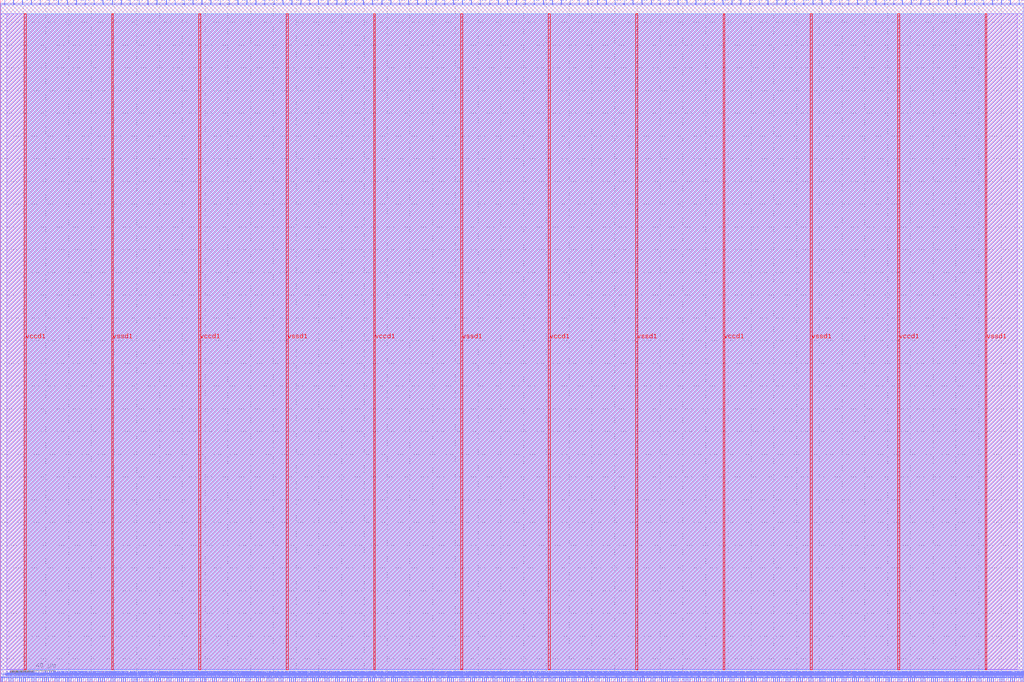
<source format=lef>
VERSION 5.7 ;
  NOWIREEXTENSIONATPIN ON ;
  DIVIDERCHAR "/" ;
  BUSBITCHARS "[]" ;
MACRO user_proj_example
  CLASS BLOCK ;
  FOREIGN user_proj_example ;
  ORIGIN 0.000 0.000 ;
  SIZE 900.000 BY 600.000 ;
  PIN io_in[0]
    DIRECTION INPUT ;
    USE SIGNAL ;
    PORT
      LAYER met2 ;
        RECT 3.770 596.000 4.050 600.000 ;
    END
  END io_in[0]
  PIN io_in[10]
    DIRECTION INPUT ;
    USE SIGNAL ;
    PORT
      LAYER met2 ;
        RECT 240.670 596.000 240.950 600.000 ;
    END
  END io_in[10]
  PIN io_in[11]
    DIRECTION INPUT ;
    USE SIGNAL ;
    PORT
      LAYER met2 ;
        RECT 264.130 596.000 264.410 600.000 ;
    END
  END io_in[11]
  PIN io_in[12]
    DIRECTION INPUT ;
    USE SIGNAL ;
    PORT
      LAYER met2 ;
        RECT 288.050 596.000 288.330 600.000 ;
    END
  END io_in[12]
  PIN io_in[13]
    DIRECTION INPUT ;
    USE SIGNAL ;
    PORT
      LAYER met2 ;
        RECT 311.510 596.000 311.790 600.000 ;
    END
  END io_in[13]
  PIN io_in[14]
    DIRECTION INPUT ;
    USE SIGNAL ;
    PORT
      LAYER met2 ;
        RECT 335.430 596.000 335.710 600.000 ;
    END
  END io_in[14]
  PIN io_in[15]
    DIRECTION INPUT ;
    USE SIGNAL ;
    PORT
      LAYER met2 ;
        RECT 358.890 596.000 359.170 600.000 ;
    END
  END io_in[15]
  PIN io_in[16]
    DIRECTION INPUT ;
    USE SIGNAL ;
    PORT
      LAYER met2 ;
        RECT 382.810 596.000 383.090 600.000 ;
    END
  END io_in[16]
  PIN io_in[17]
    DIRECTION INPUT ;
    USE SIGNAL ;
    PORT
      LAYER met2 ;
        RECT 406.270 596.000 406.550 600.000 ;
    END
  END io_in[17]
  PIN io_in[18]
    DIRECTION INPUT ;
    USE SIGNAL ;
    PORT
      LAYER met2 ;
        RECT 430.190 596.000 430.470 600.000 ;
    END
  END io_in[18]
  PIN io_in[19]
    DIRECTION INPUT ;
    USE SIGNAL ;
    PORT
      LAYER met2 ;
        RECT 453.650 596.000 453.930 600.000 ;
    END
  END io_in[19]
  PIN io_in[1]
    DIRECTION INPUT ;
    USE SIGNAL ;
    PORT
      LAYER met2 ;
        RECT 27.230 596.000 27.510 600.000 ;
    END
  END io_in[1]
  PIN io_in[20]
    DIRECTION INPUT ;
    USE SIGNAL ;
    PORT
      LAYER met2 ;
        RECT 477.570 596.000 477.850 600.000 ;
    END
  END io_in[20]
  PIN io_in[21]
    DIRECTION INPUT ;
    USE SIGNAL ;
    PORT
      LAYER met2 ;
        RECT 501.030 596.000 501.310 600.000 ;
    END
  END io_in[21]
  PIN io_in[22]
    DIRECTION INPUT ;
    USE SIGNAL ;
    PORT
      LAYER met2 ;
        RECT 524.950 596.000 525.230 600.000 ;
    END
  END io_in[22]
  PIN io_in[23]
    DIRECTION INPUT ;
    USE SIGNAL ;
    PORT
      LAYER met2 ;
        RECT 548.410 596.000 548.690 600.000 ;
    END
  END io_in[23]
  PIN io_in[24]
    DIRECTION INPUT ;
    USE SIGNAL ;
    PORT
      LAYER met2 ;
        RECT 572.330 596.000 572.610 600.000 ;
    END
  END io_in[24]
  PIN io_in[25]
    DIRECTION INPUT ;
    USE SIGNAL ;
    PORT
      LAYER met2 ;
        RECT 595.790 596.000 596.070 600.000 ;
    END
  END io_in[25]
  PIN io_in[26]
    DIRECTION INPUT ;
    USE SIGNAL ;
    PORT
      LAYER met2 ;
        RECT 619.710 596.000 619.990 600.000 ;
    END
  END io_in[26]
  PIN io_in[27]
    DIRECTION INPUT ;
    USE SIGNAL ;
    PORT
      LAYER met2 ;
        RECT 643.170 596.000 643.450 600.000 ;
    END
  END io_in[27]
  PIN io_in[28]
    DIRECTION INPUT ;
    USE SIGNAL ;
    PORT
      LAYER met2 ;
        RECT 667.090 596.000 667.370 600.000 ;
    END
  END io_in[28]
  PIN io_in[29]
    DIRECTION INPUT ;
    USE SIGNAL ;
    PORT
      LAYER met2 ;
        RECT 690.550 596.000 690.830 600.000 ;
    END
  END io_in[29]
  PIN io_in[2]
    DIRECTION INPUT ;
    USE SIGNAL ;
    PORT
      LAYER met2 ;
        RECT 51.150 596.000 51.430 600.000 ;
    END
  END io_in[2]
  PIN io_in[30]
    DIRECTION INPUT ;
    USE SIGNAL ;
    PORT
      LAYER met2 ;
        RECT 714.470 596.000 714.750 600.000 ;
    END
  END io_in[30]
  PIN io_in[31]
    DIRECTION INPUT ;
    USE SIGNAL ;
    PORT
      LAYER met2 ;
        RECT 737.930 596.000 738.210 600.000 ;
    END
  END io_in[31]
  PIN io_in[32]
    DIRECTION INPUT ;
    USE SIGNAL ;
    PORT
      LAYER met2 ;
        RECT 761.850 596.000 762.130 600.000 ;
    END
  END io_in[32]
  PIN io_in[33]
    DIRECTION INPUT ;
    USE SIGNAL ;
    PORT
      LAYER met2 ;
        RECT 785.310 596.000 785.590 600.000 ;
    END
  END io_in[33]
  PIN io_in[34]
    DIRECTION INPUT ;
    USE SIGNAL ;
    PORT
      LAYER met2 ;
        RECT 809.230 596.000 809.510 600.000 ;
    END
  END io_in[34]
  PIN io_in[35]
    DIRECTION INPUT ;
    USE SIGNAL ;
    PORT
      LAYER met2 ;
        RECT 832.690 596.000 832.970 600.000 ;
    END
  END io_in[35]
  PIN io_in[36]
    DIRECTION INPUT ;
    USE SIGNAL ;
    PORT
      LAYER met2 ;
        RECT 856.610 596.000 856.890 600.000 ;
    END
  END io_in[36]
  PIN io_in[37]
    DIRECTION INPUT ;
    USE SIGNAL ;
    PORT
      LAYER met2 ;
        RECT 880.070 596.000 880.350 600.000 ;
    END
  END io_in[37]
  PIN io_in[3]
    DIRECTION INPUT ;
    USE SIGNAL ;
    PORT
      LAYER met2 ;
        RECT 74.610 596.000 74.890 600.000 ;
    END
  END io_in[3]
  PIN io_in[4]
    DIRECTION INPUT ;
    USE SIGNAL ;
    PORT
      LAYER met2 ;
        RECT 98.530 596.000 98.810 600.000 ;
    END
  END io_in[4]
  PIN io_in[5]
    DIRECTION INPUT ;
    USE SIGNAL ;
    PORT
      LAYER met2 ;
        RECT 121.990 596.000 122.270 600.000 ;
    END
  END io_in[5]
  PIN io_in[6]
    DIRECTION INPUT ;
    USE SIGNAL ;
    PORT
      LAYER met2 ;
        RECT 145.910 596.000 146.190 600.000 ;
    END
  END io_in[6]
  PIN io_in[7]
    DIRECTION INPUT ;
    USE SIGNAL ;
    PORT
      LAYER met2 ;
        RECT 169.370 596.000 169.650 600.000 ;
    END
  END io_in[7]
  PIN io_in[8]
    DIRECTION INPUT ;
    USE SIGNAL ;
    PORT
      LAYER met2 ;
        RECT 193.290 596.000 193.570 600.000 ;
    END
  END io_in[8]
  PIN io_in[9]
    DIRECTION INPUT ;
    USE SIGNAL ;
    PORT
      LAYER met2 ;
        RECT 216.750 596.000 217.030 600.000 ;
    END
  END io_in[9]
  PIN io_oeb[0]
    DIRECTION OUTPUT TRISTATE ;
    USE SIGNAL ;
    PORT
      LAYER met2 ;
        RECT 11.590 596.000 11.870 600.000 ;
    END
  END io_oeb[0]
  PIN io_oeb[10]
    DIRECTION OUTPUT TRISTATE ;
    USE SIGNAL ;
    PORT
      LAYER met2 ;
        RECT 248.490 596.000 248.770 600.000 ;
    END
  END io_oeb[10]
  PIN io_oeb[11]
    DIRECTION OUTPUT TRISTATE ;
    USE SIGNAL ;
    PORT
      LAYER met2 ;
        RECT 271.950 596.000 272.230 600.000 ;
    END
  END io_oeb[11]
  PIN io_oeb[12]
    DIRECTION OUTPUT TRISTATE ;
    USE SIGNAL ;
    PORT
      LAYER met2 ;
        RECT 295.870 596.000 296.150 600.000 ;
    END
  END io_oeb[12]
  PIN io_oeb[13]
    DIRECTION OUTPUT TRISTATE ;
    USE SIGNAL ;
    PORT
      LAYER met2 ;
        RECT 319.330 596.000 319.610 600.000 ;
    END
  END io_oeb[13]
  PIN io_oeb[14]
    DIRECTION OUTPUT TRISTATE ;
    USE SIGNAL ;
    PORT
      LAYER met2 ;
        RECT 343.250 596.000 343.530 600.000 ;
    END
  END io_oeb[14]
  PIN io_oeb[15]
    DIRECTION OUTPUT TRISTATE ;
    USE SIGNAL ;
    PORT
      LAYER met2 ;
        RECT 366.710 596.000 366.990 600.000 ;
    END
  END io_oeb[15]
  PIN io_oeb[16]
    DIRECTION OUTPUT TRISTATE ;
    USE SIGNAL ;
    PORT
      LAYER met2 ;
        RECT 390.630 596.000 390.910 600.000 ;
    END
  END io_oeb[16]
  PIN io_oeb[17]
    DIRECTION OUTPUT TRISTATE ;
    USE SIGNAL ;
    PORT
      LAYER met2 ;
        RECT 414.090 596.000 414.370 600.000 ;
    END
  END io_oeb[17]
  PIN io_oeb[18]
    DIRECTION OUTPUT TRISTATE ;
    USE SIGNAL ;
    PORT
      LAYER met2 ;
        RECT 438.010 596.000 438.290 600.000 ;
    END
  END io_oeb[18]
  PIN io_oeb[19]
    DIRECTION OUTPUT TRISTATE ;
    USE SIGNAL ;
    PORT
      LAYER met2 ;
        RECT 461.470 596.000 461.750 600.000 ;
    END
  END io_oeb[19]
  PIN io_oeb[1]
    DIRECTION OUTPUT TRISTATE ;
    USE SIGNAL ;
    PORT
      LAYER met2 ;
        RECT 35.050 596.000 35.330 600.000 ;
    END
  END io_oeb[1]
  PIN io_oeb[20]
    DIRECTION OUTPUT TRISTATE ;
    USE SIGNAL ;
    PORT
      LAYER met2 ;
        RECT 485.390 596.000 485.670 600.000 ;
    END
  END io_oeb[20]
  PIN io_oeb[21]
    DIRECTION OUTPUT TRISTATE ;
    USE SIGNAL ;
    PORT
      LAYER met2 ;
        RECT 508.850 596.000 509.130 600.000 ;
    END
  END io_oeb[21]
  PIN io_oeb[22]
    DIRECTION OUTPUT TRISTATE ;
    USE SIGNAL ;
    PORT
      LAYER met2 ;
        RECT 532.770 596.000 533.050 600.000 ;
    END
  END io_oeb[22]
  PIN io_oeb[23]
    DIRECTION OUTPUT TRISTATE ;
    USE SIGNAL ;
    PORT
      LAYER met2 ;
        RECT 556.230 596.000 556.510 600.000 ;
    END
  END io_oeb[23]
  PIN io_oeb[24]
    DIRECTION OUTPUT TRISTATE ;
    USE SIGNAL ;
    PORT
      LAYER met2 ;
        RECT 580.150 596.000 580.430 600.000 ;
    END
  END io_oeb[24]
  PIN io_oeb[25]
    DIRECTION OUTPUT TRISTATE ;
    USE SIGNAL ;
    PORT
      LAYER met2 ;
        RECT 603.610 596.000 603.890 600.000 ;
    END
  END io_oeb[25]
  PIN io_oeb[26]
    DIRECTION OUTPUT TRISTATE ;
    USE SIGNAL ;
    PORT
      LAYER met2 ;
        RECT 627.530 596.000 627.810 600.000 ;
    END
  END io_oeb[26]
  PIN io_oeb[27]
    DIRECTION OUTPUT TRISTATE ;
    USE SIGNAL ;
    PORT
      LAYER met2 ;
        RECT 650.990 596.000 651.270 600.000 ;
    END
  END io_oeb[27]
  PIN io_oeb[28]
    DIRECTION OUTPUT TRISTATE ;
    USE SIGNAL ;
    PORT
      LAYER met2 ;
        RECT 674.910 596.000 675.190 600.000 ;
    END
  END io_oeb[28]
  PIN io_oeb[29]
    DIRECTION OUTPUT TRISTATE ;
    USE SIGNAL ;
    PORT
      LAYER met2 ;
        RECT 698.370 596.000 698.650 600.000 ;
    END
  END io_oeb[29]
  PIN io_oeb[2]
    DIRECTION OUTPUT TRISTATE ;
    USE SIGNAL ;
    PORT
      LAYER met2 ;
        RECT 58.970 596.000 59.250 600.000 ;
    END
  END io_oeb[2]
  PIN io_oeb[30]
    DIRECTION OUTPUT TRISTATE ;
    USE SIGNAL ;
    PORT
      LAYER met2 ;
        RECT 722.290 596.000 722.570 600.000 ;
    END
  END io_oeb[30]
  PIN io_oeb[31]
    DIRECTION OUTPUT TRISTATE ;
    USE SIGNAL ;
    PORT
      LAYER met2 ;
        RECT 745.750 596.000 746.030 600.000 ;
    END
  END io_oeb[31]
  PIN io_oeb[32]
    DIRECTION OUTPUT TRISTATE ;
    USE SIGNAL ;
    PORT
      LAYER met2 ;
        RECT 769.670 596.000 769.950 600.000 ;
    END
  END io_oeb[32]
  PIN io_oeb[33]
    DIRECTION OUTPUT TRISTATE ;
    USE SIGNAL ;
    PORT
      LAYER met2 ;
        RECT 793.130 596.000 793.410 600.000 ;
    END
  END io_oeb[33]
  PIN io_oeb[34]
    DIRECTION OUTPUT TRISTATE ;
    USE SIGNAL ;
    PORT
      LAYER met2 ;
        RECT 817.050 596.000 817.330 600.000 ;
    END
  END io_oeb[34]
  PIN io_oeb[35]
    DIRECTION OUTPUT TRISTATE ;
    USE SIGNAL ;
    PORT
      LAYER met2 ;
        RECT 840.510 596.000 840.790 600.000 ;
    END
  END io_oeb[35]
  PIN io_oeb[36]
    DIRECTION OUTPUT TRISTATE ;
    USE SIGNAL ;
    PORT
      LAYER met2 ;
        RECT 864.430 596.000 864.710 600.000 ;
    END
  END io_oeb[36]
  PIN io_oeb[37]
    DIRECTION OUTPUT TRISTATE ;
    USE SIGNAL ;
    PORT
      LAYER met2 ;
        RECT 887.890 596.000 888.170 600.000 ;
    END
  END io_oeb[37]
  PIN io_oeb[3]
    DIRECTION OUTPUT TRISTATE ;
    USE SIGNAL ;
    PORT
      LAYER met2 ;
        RECT 82.430 596.000 82.710 600.000 ;
    END
  END io_oeb[3]
  PIN io_oeb[4]
    DIRECTION OUTPUT TRISTATE ;
    USE SIGNAL ;
    PORT
      LAYER met2 ;
        RECT 106.350 596.000 106.630 600.000 ;
    END
  END io_oeb[4]
  PIN io_oeb[5]
    DIRECTION OUTPUT TRISTATE ;
    USE SIGNAL ;
    PORT
      LAYER met2 ;
        RECT 129.810 596.000 130.090 600.000 ;
    END
  END io_oeb[5]
  PIN io_oeb[6]
    DIRECTION OUTPUT TRISTATE ;
    USE SIGNAL ;
    PORT
      LAYER met2 ;
        RECT 153.730 596.000 154.010 600.000 ;
    END
  END io_oeb[6]
  PIN io_oeb[7]
    DIRECTION OUTPUT TRISTATE ;
    USE SIGNAL ;
    PORT
      LAYER met2 ;
        RECT 177.190 596.000 177.470 600.000 ;
    END
  END io_oeb[7]
  PIN io_oeb[8]
    DIRECTION OUTPUT TRISTATE ;
    USE SIGNAL ;
    PORT
      LAYER met2 ;
        RECT 201.110 596.000 201.390 600.000 ;
    END
  END io_oeb[8]
  PIN io_oeb[9]
    DIRECTION OUTPUT TRISTATE ;
    USE SIGNAL ;
    PORT
      LAYER met2 ;
        RECT 224.570 596.000 224.850 600.000 ;
    END
  END io_oeb[9]
  PIN io_out[0]
    DIRECTION OUTPUT TRISTATE ;
    USE SIGNAL ;
    PORT
      LAYER met2 ;
        RECT 19.410 596.000 19.690 600.000 ;
    END
  END io_out[0]
  PIN io_out[10]
    DIRECTION OUTPUT TRISTATE ;
    USE SIGNAL ;
    PORT
      LAYER met2 ;
        RECT 256.310 596.000 256.590 600.000 ;
    END
  END io_out[10]
  PIN io_out[11]
    DIRECTION OUTPUT TRISTATE ;
    USE SIGNAL ;
    PORT
      LAYER met2 ;
        RECT 279.770 596.000 280.050 600.000 ;
    END
  END io_out[11]
  PIN io_out[12]
    DIRECTION OUTPUT TRISTATE ;
    USE SIGNAL ;
    PORT
      LAYER met2 ;
        RECT 303.690 596.000 303.970 600.000 ;
    END
  END io_out[12]
  PIN io_out[13]
    DIRECTION OUTPUT TRISTATE ;
    USE SIGNAL ;
    PORT
      LAYER met2 ;
        RECT 327.150 596.000 327.430 600.000 ;
    END
  END io_out[13]
  PIN io_out[14]
    DIRECTION OUTPUT TRISTATE ;
    USE SIGNAL ;
    PORT
      LAYER met2 ;
        RECT 351.070 596.000 351.350 600.000 ;
    END
  END io_out[14]
  PIN io_out[15]
    DIRECTION OUTPUT TRISTATE ;
    USE SIGNAL ;
    PORT
      LAYER met2 ;
        RECT 374.530 596.000 374.810 600.000 ;
    END
  END io_out[15]
  PIN io_out[16]
    DIRECTION OUTPUT TRISTATE ;
    USE SIGNAL ;
    PORT
      LAYER met2 ;
        RECT 398.450 596.000 398.730 600.000 ;
    END
  END io_out[16]
  PIN io_out[17]
    DIRECTION OUTPUT TRISTATE ;
    USE SIGNAL ;
    PORT
      LAYER met2 ;
        RECT 421.910 596.000 422.190 600.000 ;
    END
  END io_out[17]
  PIN io_out[18]
    DIRECTION OUTPUT TRISTATE ;
    USE SIGNAL ;
    PORT
      LAYER met2 ;
        RECT 445.830 596.000 446.110 600.000 ;
    END
  END io_out[18]
  PIN io_out[19]
    DIRECTION OUTPUT TRISTATE ;
    USE SIGNAL ;
    PORT
      LAYER met2 ;
        RECT 469.290 596.000 469.570 600.000 ;
    END
  END io_out[19]
  PIN io_out[1]
    DIRECTION OUTPUT TRISTATE ;
    USE SIGNAL ;
    PORT
      LAYER met2 ;
        RECT 42.870 596.000 43.150 600.000 ;
    END
  END io_out[1]
  PIN io_out[20]
    DIRECTION OUTPUT TRISTATE ;
    USE SIGNAL ;
    PORT
      LAYER met2 ;
        RECT 493.210 596.000 493.490 600.000 ;
    END
  END io_out[20]
  PIN io_out[21]
    DIRECTION OUTPUT TRISTATE ;
    USE SIGNAL ;
    PORT
      LAYER met2 ;
        RECT 516.670 596.000 516.950 600.000 ;
    END
  END io_out[21]
  PIN io_out[22]
    DIRECTION OUTPUT TRISTATE ;
    USE SIGNAL ;
    PORT
      LAYER met2 ;
        RECT 540.590 596.000 540.870 600.000 ;
    END
  END io_out[22]
  PIN io_out[23]
    DIRECTION OUTPUT TRISTATE ;
    USE SIGNAL ;
    PORT
      LAYER met2 ;
        RECT 564.050 596.000 564.330 600.000 ;
    END
  END io_out[23]
  PIN io_out[24]
    DIRECTION OUTPUT TRISTATE ;
    USE SIGNAL ;
    PORT
      LAYER met2 ;
        RECT 587.970 596.000 588.250 600.000 ;
    END
  END io_out[24]
  PIN io_out[25]
    DIRECTION OUTPUT TRISTATE ;
    USE SIGNAL ;
    PORT
      LAYER met2 ;
        RECT 611.430 596.000 611.710 600.000 ;
    END
  END io_out[25]
  PIN io_out[26]
    DIRECTION OUTPUT TRISTATE ;
    USE SIGNAL ;
    PORT
      LAYER met2 ;
        RECT 635.350 596.000 635.630 600.000 ;
    END
  END io_out[26]
  PIN io_out[27]
    DIRECTION OUTPUT TRISTATE ;
    USE SIGNAL ;
    PORT
      LAYER met2 ;
        RECT 658.810 596.000 659.090 600.000 ;
    END
  END io_out[27]
  PIN io_out[28]
    DIRECTION OUTPUT TRISTATE ;
    USE SIGNAL ;
    PORT
      LAYER met2 ;
        RECT 682.730 596.000 683.010 600.000 ;
    END
  END io_out[28]
  PIN io_out[29]
    DIRECTION OUTPUT TRISTATE ;
    USE SIGNAL ;
    PORT
      LAYER met2 ;
        RECT 706.190 596.000 706.470 600.000 ;
    END
  END io_out[29]
  PIN io_out[2]
    DIRECTION OUTPUT TRISTATE ;
    USE SIGNAL ;
    PORT
      LAYER met2 ;
        RECT 66.790 596.000 67.070 600.000 ;
    END
  END io_out[2]
  PIN io_out[30]
    DIRECTION OUTPUT TRISTATE ;
    USE SIGNAL ;
    PORT
      LAYER met2 ;
        RECT 730.110 596.000 730.390 600.000 ;
    END
  END io_out[30]
  PIN io_out[31]
    DIRECTION OUTPUT TRISTATE ;
    USE SIGNAL ;
    PORT
      LAYER met2 ;
        RECT 753.570 596.000 753.850 600.000 ;
    END
  END io_out[31]
  PIN io_out[32]
    DIRECTION OUTPUT TRISTATE ;
    USE SIGNAL ;
    PORT
      LAYER met2 ;
        RECT 777.490 596.000 777.770 600.000 ;
    END
  END io_out[32]
  PIN io_out[33]
    DIRECTION OUTPUT TRISTATE ;
    USE SIGNAL ;
    PORT
      LAYER met2 ;
        RECT 800.950 596.000 801.230 600.000 ;
    END
  END io_out[33]
  PIN io_out[34]
    DIRECTION OUTPUT TRISTATE ;
    USE SIGNAL ;
    PORT
      LAYER met2 ;
        RECT 824.870 596.000 825.150 600.000 ;
    END
  END io_out[34]
  PIN io_out[35]
    DIRECTION OUTPUT TRISTATE ;
    USE SIGNAL ;
    PORT
      LAYER met2 ;
        RECT 848.330 596.000 848.610 600.000 ;
    END
  END io_out[35]
  PIN io_out[36]
    DIRECTION OUTPUT TRISTATE ;
    USE SIGNAL ;
    PORT
      LAYER met2 ;
        RECT 872.250 596.000 872.530 600.000 ;
    END
  END io_out[36]
  PIN io_out[37]
    DIRECTION OUTPUT TRISTATE ;
    USE SIGNAL ;
    PORT
      LAYER met2 ;
        RECT 895.710 596.000 895.990 600.000 ;
    END
  END io_out[37]
  PIN io_out[3]
    DIRECTION OUTPUT TRISTATE ;
    USE SIGNAL ;
    PORT
      LAYER met2 ;
        RECT 90.250 596.000 90.530 600.000 ;
    END
  END io_out[3]
  PIN io_out[4]
    DIRECTION OUTPUT TRISTATE ;
    USE SIGNAL ;
    PORT
      LAYER met2 ;
        RECT 114.170 596.000 114.450 600.000 ;
    END
  END io_out[4]
  PIN io_out[5]
    DIRECTION OUTPUT TRISTATE ;
    USE SIGNAL ;
    PORT
      LAYER met2 ;
        RECT 137.630 596.000 137.910 600.000 ;
    END
  END io_out[5]
  PIN io_out[6]
    DIRECTION OUTPUT TRISTATE ;
    USE SIGNAL ;
    PORT
      LAYER met2 ;
        RECT 161.550 596.000 161.830 600.000 ;
    END
  END io_out[6]
  PIN io_out[7]
    DIRECTION OUTPUT TRISTATE ;
    USE SIGNAL ;
    PORT
      LAYER met2 ;
        RECT 185.010 596.000 185.290 600.000 ;
    END
  END io_out[7]
  PIN io_out[8]
    DIRECTION OUTPUT TRISTATE ;
    USE SIGNAL ;
    PORT
      LAYER met2 ;
        RECT 208.930 596.000 209.210 600.000 ;
    END
  END io_out[8]
  PIN io_out[9]
    DIRECTION OUTPUT TRISTATE ;
    USE SIGNAL ;
    PORT
      LAYER met2 ;
        RECT 232.390 596.000 232.670 600.000 ;
    END
  END io_out[9]
  PIN irq[0]
    DIRECTION OUTPUT TRISTATE ;
    USE SIGNAL ;
    PORT
      LAYER met2 ;
        RECT 895.250 0.000 895.530 4.000 ;
    END
  END irq[0]
  PIN irq[1]
    DIRECTION OUTPUT TRISTATE ;
    USE SIGNAL ;
    PORT
      LAYER met2 ;
        RECT 897.090 0.000 897.370 4.000 ;
    END
  END irq[1]
  PIN irq[2]
    DIRECTION OUTPUT TRISTATE ;
    USE SIGNAL ;
    PORT
      LAYER met2 ;
        RECT 898.930 0.000 899.210 4.000 ;
    END
  END irq[2]
  PIN la_data_in[0]
    DIRECTION INPUT ;
    USE SIGNAL ;
    PORT
      LAYER met2 ;
        RECT 193.750 0.000 194.030 4.000 ;
    END
  END la_data_in[0]
  PIN la_data_in[100]
    DIRECTION INPUT ;
    USE SIGNAL ;
    PORT
      LAYER met2 ;
        RECT 741.610 0.000 741.890 4.000 ;
    END
  END la_data_in[100]
  PIN la_data_in[101]
    DIRECTION INPUT ;
    USE SIGNAL ;
    PORT
      LAYER met2 ;
        RECT 747.130 0.000 747.410 4.000 ;
    END
  END la_data_in[101]
  PIN la_data_in[102]
    DIRECTION INPUT ;
    USE SIGNAL ;
    PORT
      LAYER met2 ;
        RECT 752.650 0.000 752.930 4.000 ;
    END
  END la_data_in[102]
  PIN la_data_in[103]
    DIRECTION INPUT ;
    USE SIGNAL ;
    PORT
      LAYER met2 ;
        RECT 758.170 0.000 758.450 4.000 ;
    END
  END la_data_in[103]
  PIN la_data_in[104]
    DIRECTION INPUT ;
    USE SIGNAL ;
    PORT
      LAYER met2 ;
        RECT 763.690 0.000 763.970 4.000 ;
    END
  END la_data_in[104]
  PIN la_data_in[105]
    DIRECTION INPUT ;
    USE SIGNAL ;
    PORT
      LAYER met2 ;
        RECT 769.210 0.000 769.490 4.000 ;
    END
  END la_data_in[105]
  PIN la_data_in[106]
    DIRECTION INPUT ;
    USE SIGNAL ;
    PORT
      LAYER met2 ;
        RECT 774.730 0.000 775.010 4.000 ;
    END
  END la_data_in[106]
  PIN la_data_in[107]
    DIRECTION INPUT ;
    USE SIGNAL ;
    PORT
      LAYER met2 ;
        RECT 780.250 0.000 780.530 4.000 ;
    END
  END la_data_in[107]
  PIN la_data_in[108]
    DIRECTION INPUT ;
    USE SIGNAL ;
    PORT
      LAYER met2 ;
        RECT 785.310 0.000 785.590 4.000 ;
    END
  END la_data_in[108]
  PIN la_data_in[109]
    DIRECTION INPUT ;
    USE SIGNAL ;
    PORT
      LAYER met2 ;
        RECT 790.830 0.000 791.110 4.000 ;
    END
  END la_data_in[109]
  PIN la_data_in[10]
    DIRECTION INPUT ;
    USE SIGNAL ;
    PORT
      LAYER met2 ;
        RECT 248.490 0.000 248.770 4.000 ;
    END
  END la_data_in[10]
  PIN la_data_in[110]
    DIRECTION INPUT ;
    USE SIGNAL ;
    PORT
      LAYER met2 ;
        RECT 796.350 0.000 796.630 4.000 ;
    END
  END la_data_in[110]
  PIN la_data_in[111]
    DIRECTION INPUT ;
    USE SIGNAL ;
    PORT
      LAYER met2 ;
        RECT 801.870 0.000 802.150 4.000 ;
    END
  END la_data_in[111]
  PIN la_data_in[112]
    DIRECTION INPUT ;
    USE SIGNAL ;
    PORT
      LAYER met2 ;
        RECT 807.390 0.000 807.670 4.000 ;
    END
  END la_data_in[112]
  PIN la_data_in[113]
    DIRECTION INPUT ;
    USE SIGNAL ;
    PORT
      LAYER met2 ;
        RECT 812.910 0.000 813.190 4.000 ;
    END
  END la_data_in[113]
  PIN la_data_in[114]
    DIRECTION INPUT ;
    USE SIGNAL ;
    PORT
      LAYER met2 ;
        RECT 818.430 0.000 818.710 4.000 ;
    END
  END la_data_in[114]
  PIN la_data_in[115]
    DIRECTION INPUT ;
    USE SIGNAL ;
    PORT
      LAYER met2 ;
        RECT 823.950 0.000 824.230 4.000 ;
    END
  END la_data_in[115]
  PIN la_data_in[116]
    DIRECTION INPUT ;
    USE SIGNAL ;
    PORT
      LAYER met2 ;
        RECT 829.470 0.000 829.750 4.000 ;
    END
  END la_data_in[116]
  PIN la_data_in[117]
    DIRECTION INPUT ;
    USE SIGNAL ;
    PORT
      LAYER met2 ;
        RECT 834.990 0.000 835.270 4.000 ;
    END
  END la_data_in[117]
  PIN la_data_in[118]
    DIRECTION INPUT ;
    USE SIGNAL ;
    PORT
      LAYER met2 ;
        RECT 840.510 0.000 840.790 4.000 ;
    END
  END la_data_in[118]
  PIN la_data_in[119]
    DIRECTION INPUT ;
    USE SIGNAL ;
    PORT
      LAYER met2 ;
        RECT 845.570 0.000 845.850 4.000 ;
    END
  END la_data_in[119]
  PIN la_data_in[11]
    DIRECTION INPUT ;
    USE SIGNAL ;
    PORT
      LAYER met2 ;
        RECT 254.010 0.000 254.290 4.000 ;
    END
  END la_data_in[11]
  PIN la_data_in[120]
    DIRECTION INPUT ;
    USE SIGNAL ;
    PORT
      LAYER met2 ;
        RECT 851.090 0.000 851.370 4.000 ;
    END
  END la_data_in[120]
  PIN la_data_in[121]
    DIRECTION INPUT ;
    USE SIGNAL ;
    PORT
      LAYER met2 ;
        RECT 856.610 0.000 856.890 4.000 ;
    END
  END la_data_in[121]
  PIN la_data_in[122]
    DIRECTION INPUT ;
    USE SIGNAL ;
    PORT
      LAYER met2 ;
        RECT 862.130 0.000 862.410 4.000 ;
    END
  END la_data_in[122]
  PIN la_data_in[123]
    DIRECTION INPUT ;
    USE SIGNAL ;
    PORT
      LAYER met2 ;
        RECT 867.650 0.000 867.930 4.000 ;
    END
  END la_data_in[123]
  PIN la_data_in[124]
    DIRECTION INPUT ;
    USE SIGNAL ;
    PORT
      LAYER met2 ;
        RECT 873.170 0.000 873.450 4.000 ;
    END
  END la_data_in[124]
  PIN la_data_in[125]
    DIRECTION INPUT ;
    USE SIGNAL ;
    PORT
      LAYER met2 ;
        RECT 878.690 0.000 878.970 4.000 ;
    END
  END la_data_in[125]
  PIN la_data_in[126]
    DIRECTION INPUT ;
    USE SIGNAL ;
    PORT
      LAYER met2 ;
        RECT 884.210 0.000 884.490 4.000 ;
    END
  END la_data_in[126]
  PIN la_data_in[127]
    DIRECTION INPUT ;
    USE SIGNAL ;
    PORT
      LAYER met2 ;
        RECT 889.730 0.000 890.010 4.000 ;
    END
  END la_data_in[127]
  PIN la_data_in[12]
    DIRECTION INPUT ;
    USE SIGNAL ;
    PORT
      LAYER met2 ;
        RECT 259.530 0.000 259.810 4.000 ;
    END
  END la_data_in[12]
  PIN la_data_in[13]
    DIRECTION INPUT ;
    USE SIGNAL ;
    PORT
      LAYER met2 ;
        RECT 265.050 0.000 265.330 4.000 ;
    END
  END la_data_in[13]
  PIN la_data_in[14]
    DIRECTION INPUT ;
    USE SIGNAL ;
    PORT
      LAYER met2 ;
        RECT 270.570 0.000 270.850 4.000 ;
    END
  END la_data_in[14]
  PIN la_data_in[15]
    DIRECTION INPUT ;
    USE SIGNAL ;
    PORT
      LAYER met2 ;
        RECT 276.090 0.000 276.370 4.000 ;
    END
  END la_data_in[15]
  PIN la_data_in[16]
    DIRECTION INPUT ;
    USE SIGNAL ;
    PORT
      LAYER met2 ;
        RECT 281.610 0.000 281.890 4.000 ;
    END
  END la_data_in[16]
  PIN la_data_in[17]
    DIRECTION INPUT ;
    USE SIGNAL ;
    PORT
      LAYER met2 ;
        RECT 287.130 0.000 287.410 4.000 ;
    END
  END la_data_in[17]
  PIN la_data_in[18]
    DIRECTION INPUT ;
    USE SIGNAL ;
    PORT
      LAYER met2 ;
        RECT 292.650 0.000 292.930 4.000 ;
    END
  END la_data_in[18]
  PIN la_data_in[19]
    DIRECTION INPUT ;
    USE SIGNAL ;
    PORT
      LAYER met2 ;
        RECT 298.170 0.000 298.450 4.000 ;
    END
  END la_data_in[19]
  PIN la_data_in[1]
    DIRECTION INPUT ;
    USE SIGNAL ;
    PORT
      LAYER met2 ;
        RECT 199.270 0.000 199.550 4.000 ;
    END
  END la_data_in[1]
  PIN la_data_in[20]
    DIRECTION INPUT ;
    USE SIGNAL ;
    PORT
      LAYER met2 ;
        RECT 303.230 0.000 303.510 4.000 ;
    END
  END la_data_in[20]
  PIN la_data_in[21]
    DIRECTION INPUT ;
    USE SIGNAL ;
    PORT
      LAYER met2 ;
        RECT 308.750 0.000 309.030 4.000 ;
    END
  END la_data_in[21]
  PIN la_data_in[22]
    DIRECTION INPUT ;
    USE SIGNAL ;
    PORT
      LAYER met2 ;
        RECT 314.270 0.000 314.550 4.000 ;
    END
  END la_data_in[22]
  PIN la_data_in[23]
    DIRECTION INPUT ;
    USE SIGNAL ;
    PORT
      LAYER met2 ;
        RECT 319.790 0.000 320.070 4.000 ;
    END
  END la_data_in[23]
  PIN la_data_in[24]
    DIRECTION INPUT ;
    USE SIGNAL ;
    PORT
      LAYER met2 ;
        RECT 325.310 0.000 325.590 4.000 ;
    END
  END la_data_in[24]
  PIN la_data_in[25]
    DIRECTION INPUT ;
    USE SIGNAL ;
    PORT
      LAYER met2 ;
        RECT 330.830 0.000 331.110 4.000 ;
    END
  END la_data_in[25]
  PIN la_data_in[26]
    DIRECTION INPUT ;
    USE SIGNAL ;
    PORT
      LAYER met2 ;
        RECT 336.350 0.000 336.630 4.000 ;
    END
  END la_data_in[26]
  PIN la_data_in[27]
    DIRECTION INPUT ;
    USE SIGNAL ;
    PORT
      LAYER met2 ;
        RECT 341.870 0.000 342.150 4.000 ;
    END
  END la_data_in[27]
  PIN la_data_in[28]
    DIRECTION INPUT ;
    USE SIGNAL ;
    PORT
      LAYER met2 ;
        RECT 347.390 0.000 347.670 4.000 ;
    END
  END la_data_in[28]
  PIN la_data_in[29]
    DIRECTION INPUT ;
    USE SIGNAL ;
    PORT
      LAYER met2 ;
        RECT 352.910 0.000 353.190 4.000 ;
    END
  END la_data_in[29]
  PIN la_data_in[2]
    DIRECTION INPUT ;
    USE SIGNAL ;
    PORT
      LAYER met2 ;
        RECT 204.790 0.000 205.070 4.000 ;
    END
  END la_data_in[2]
  PIN la_data_in[30]
    DIRECTION INPUT ;
    USE SIGNAL ;
    PORT
      LAYER met2 ;
        RECT 358.430 0.000 358.710 4.000 ;
    END
  END la_data_in[30]
  PIN la_data_in[31]
    DIRECTION INPUT ;
    USE SIGNAL ;
    PORT
      LAYER met2 ;
        RECT 363.490 0.000 363.770 4.000 ;
    END
  END la_data_in[31]
  PIN la_data_in[32]
    DIRECTION INPUT ;
    USE SIGNAL ;
    PORT
      LAYER met2 ;
        RECT 369.010 0.000 369.290 4.000 ;
    END
  END la_data_in[32]
  PIN la_data_in[33]
    DIRECTION INPUT ;
    USE SIGNAL ;
    PORT
      LAYER met2 ;
        RECT 374.530 0.000 374.810 4.000 ;
    END
  END la_data_in[33]
  PIN la_data_in[34]
    DIRECTION INPUT ;
    USE SIGNAL ;
    PORT
      LAYER met2 ;
        RECT 380.050 0.000 380.330 4.000 ;
    END
  END la_data_in[34]
  PIN la_data_in[35]
    DIRECTION INPUT ;
    USE SIGNAL ;
    PORT
      LAYER met2 ;
        RECT 385.570 0.000 385.850 4.000 ;
    END
  END la_data_in[35]
  PIN la_data_in[36]
    DIRECTION INPUT ;
    USE SIGNAL ;
    PORT
      LAYER met2 ;
        RECT 391.090 0.000 391.370 4.000 ;
    END
  END la_data_in[36]
  PIN la_data_in[37]
    DIRECTION INPUT ;
    USE SIGNAL ;
    PORT
      LAYER met2 ;
        RECT 396.610 0.000 396.890 4.000 ;
    END
  END la_data_in[37]
  PIN la_data_in[38]
    DIRECTION INPUT ;
    USE SIGNAL ;
    PORT
      LAYER met2 ;
        RECT 402.130 0.000 402.410 4.000 ;
    END
  END la_data_in[38]
  PIN la_data_in[39]
    DIRECTION INPUT ;
    USE SIGNAL ;
    PORT
      LAYER met2 ;
        RECT 407.650 0.000 407.930 4.000 ;
    END
  END la_data_in[39]
  PIN la_data_in[3]
    DIRECTION INPUT ;
    USE SIGNAL ;
    PORT
      LAYER met2 ;
        RECT 210.310 0.000 210.590 4.000 ;
    END
  END la_data_in[3]
  PIN la_data_in[40]
    DIRECTION INPUT ;
    USE SIGNAL ;
    PORT
      LAYER met2 ;
        RECT 413.170 0.000 413.450 4.000 ;
    END
  END la_data_in[40]
  PIN la_data_in[41]
    DIRECTION INPUT ;
    USE SIGNAL ;
    PORT
      LAYER met2 ;
        RECT 418.690 0.000 418.970 4.000 ;
    END
  END la_data_in[41]
  PIN la_data_in[42]
    DIRECTION INPUT ;
    USE SIGNAL ;
    PORT
      LAYER met2 ;
        RECT 423.750 0.000 424.030 4.000 ;
    END
  END la_data_in[42]
  PIN la_data_in[43]
    DIRECTION INPUT ;
    USE SIGNAL ;
    PORT
      LAYER met2 ;
        RECT 429.270 0.000 429.550 4.000 ;
    END
  END la_data_in[43]
  PIN la_data_in[44]
    DIRECTION INPUT ;
    USE SIGNAL ;
    PORT
      LAYER met2 ;
        RECT 434.790 0.000 435.070 4.000 ;
    END
  END la_data_in[44]
  PIN la_data_in[45]
    DIRECTION INPUT ;
    USE SIGNAL ;
    PORT
      LAYER met2 ;
        RECT 440.310 0.000 440.590 4.000 ;
    END
  END la_data_in[45]
  PIN la_data_in[46]
    DIRECTION INPUT ;
    USE SIGNAL ;
    PORT
      LAYER met2 ;
        RECT 445.830 0.000 446.110 4.000 ;
    END
  END la_data_in[46]
  PIN la_data_in[47]
    DIRECTION INPUT ;
    USE SIGNAL ;
    PORT
      LAYER met2 ;
        RECT 451.350 0.000 451.630 4.000 ;
    END
  END la_data_in[47]
  PIN la_data_in[48]
    DIRECTION INPUT ;
    USE SIGNAL ;
    PORT
      LAYER met2 ;
        RECT 456.870 0.000 457.150 4.000 ;
    END
  END la_data_in[48]
  PIN la_data_in[49]
    DIRECTION INPUT ;
    USE SIGNAL ;
    PORT
      LAYER met2 ;
        RECT 462.390 0.000 462.670 4.000 ;
    END
  END la_data_in[49]
  PIN la_data_in[4]
    DIRECTION INPUT ;
    USE SIGNAL ;
    PORT
      LAYER met2 ;
        RECT 215.830 0.000 216.110 4.000 ;
    END
  END la_data_in[4]
  PIN la_data_in[50]
    DIRECTION INPUT ;
    USE SIGNAL ;
    PORT
      LAYER met2 ;
        RECT 467.910 0.000 468.190 4.000 ;
    END
  END la_data_in[50]
  PIN la_data_in[51]
    DIRECTION INPUT ;
    USE SIGNAL ;
    PORT
      LAYER met2 ;
        RECT 473.430 0.000 473.710 4.000 ;
    END
  END la_data_in[51]
  PIN la_data_in[52]
    DIRECTION INPUT ;
    USE SIGNAL ;
    PORT
      LAYER met2 ;
        RECT 478.950 0.000 479.230 4.000 ;
    END
  END la_data_in[52]
  PIN la_data_in[53]
    DIRECTION INPUT ;
    USE SIGNAL ;
    PORT
      LAYER met2 ;
        RECT 484.010 0.000 484.290 4.000 ;
    END
  END la_data_in[53]
  PIN la_data_in[54]
    DIRECTION INPUT ;
    USE SIGNAL ;
    PORT
      LAYER met2 ;
        RECT 489.530 0.000 489.810 4.000 ;
    END
  END la_data_in[54]
  PIN la_data_in[55]
    DIRECTION INPUT ;
    USE SIGNAL ;
    PORT
      LAYER met2 ;
        RECT 495.050 0.000 495.330 4.000 ;
    END
  END la_data_in[55]
  PIN la_data_in[56]
    DIRECTION INPUT ;
    USE SIGNAL ;
    PORT
      LAYER met2 ;
        RECT 500.570 0.000 500.850 4.000 ;
    END
  END la_data_in[56]
  PIN la_data_in[57]
    DIRECTION INPUT ;
    USE SIGNAL ;
    PORT
      LAYER met2 ;
        RECT 506.090 0.000 506.370 4.000 ;
    END
  END la_data_in[57]
  PIN la_data_in[58]
    DIRECTION INPUT ;
    USE SIGNAL ;
    PORT
      LAYER met2 ;
        RECT 511.610 0.000 511.890 4.000 ;
    END
  END la_data_in[58]
  PIN la_data_in[59]
    DIRECTION INPUT ;
    USE SIGNAL ;
    PORT
      LAYER met2 ;
        RECT 517.130 0.000 517.410 4.000 ;
    END
  END la_data_in[59]
  PIN la_data_in[5]
    DIRECTION INPUT ;
    USE SIGNAL ;
    PORT
      LAYER met2 ;
        RECT 221.350 0.000 221.630 4.000 ;
    END
  END la_data_in[5]
  PIN la_data_in[60]
    DIRECTION INPUT ;
    USE SIGNAL ;
    PORT
      LAYER met2 ;
        RECT 522.650 0.000 522.930 4.000 ;
    END
  END la_data_in[60]
  PIN la_data_in[61]
    DIRECTION INPUT ;
    USE SIGNAL ;
    PORT
      LAYER met2 ;
        RECT 528.170 0.000 528.450 4.000 ;
    END
  END la_data_in[61]
  PIN la_data_in[62]
    DIRECTION INPUT ;
    USE SIGNAL ;
    PORT
      LAYER met2 ;
        RECT 533.690 0.000 533.970 4.000 ;
    END
  END la_data_in[62]
  PIN la_data_in[63]
    DIRECTION INPUT ;
    USE SIGNAL ;
    PORT
      LAYER met2 ;
        RECT 539.210 0.000 539.490 4.000 ;
    END
  END la_data_in[63]
  PIN la_data_in[64]
    DIRECTION INPUT ;
    USE SIGNAL ;
    PORT
      LAYER met2 ;
        RECT 544.270 0.000 544.550 4.000 ;
    END
  END la_data_in[64]
  PIN la_data_in[65]
    DIRECTION INPUT ;
    USE SIGNAL ;
    PORT
      LAYER met2 ;
        RECT 549.790 0.000 550.070 4.000 ;
    END
  END la_data_in[65]
  PIN la_data_in[66]
    DIRECTION INPUT ;
    USE SIGNAL ;
    PORT
      LAYER met2 ;
        RECT 555.310 0.000 555.590 4.000 ;
    END
  END la_data_in[66]
  PIN la_data_in[67]
    DIRECTION INPUT ;
    USE SIGNAL ;
    PORT
      LAYER met2 ;
        RECT 560.830 0.000 561.110 4.000 ;
    END
  END la_data_in[67]
  PIN la_data_in[68]
    DIRECTION INPUT ;
    USE SIGNAL ;
    PORT
      LAYER met2 ;
        RECT 566.350 0.000 566.630 4.000 ;
    END
  END la_data_in[68]
  PIN la_data_in[69]
    DIRECTION INPUT ;
    USE SIGNAL ;
    PORT
      LAYER met2 ;
        RECT 571.870 0.000 572.150 4.000 ;
    END
  END la_data_in[69]
  PIN la_data_in[6]
    DIRECTION INPUT ;
    USE SIGNAL ;
    PORT
      LAYER met2 ;
        RECT 226.870 0.000 227.150 4.000 ;
    END
  END la_data_in[6]
  PIN la_data_in[70]
    DIRECTION INPUT ;
    USE SIGNAL ;
    PORT
      LAYER met2 ;
        RECT 577.390 0.000 577.670 4.000 ;
    END
  END la_data_in[70]
  PIN la_data_in[71]
    DIRECTION INPUT ;
    USE SIGNAL ;
    PORT
      LAYER met2 ;
        RECT 582.910 0.000 583.190 4.000 ;
    END
  END la_data_in[71]
  PIN la_data_in[72]
    DIRECTION INPUT ;
    USE SIGNAL ;
    PORT
      LAYER met2 ;
        RECT 588.430 0.000 588.710 4.000 ;
    END
  END la_data_in[72]
  PIN la_data_in[73]
    DIRECTION INPUT ;
    USE SIGNAL ;
    PORT
      LAYER met2 ;
        RECT 593.950 0.000 594.230 4.000 ;
    END
  END la_data_in[73]
  PIN la_data_in[74]
    DIRECTION INPUT ;
    USE SIGNAL ;
    PORT
      LAYER met2 ;
        RECT 599.470 0.000 599.750 4.000 ;
    END
  END la_data_in[74]
  PIN la_data_in[75]
    DIRECTION INPUT ;
    USE SIGNAL ;
    PORT
      LAYER met2 ;
        RECT 604.530 0.000 604.810 4.000 ;
    END
  END la_data_in[75]
  PIN la_data_in[76]
    DIRECTION INPUT ;
    USE SIGNAL ;
    PORT
      LAYER met2 ;
        RECT 610.050 0.000 610.330 4.000 ;
    END
  END la_data_in[76]
  PIN la_data_in[77]
    DIRECTION INPUT ;
    USE SIGNAL ;
    PORT
      LAYER met2 ;
        RECT 615.570 0.000 615.850 4.000 ;
    END
  END la_data_in[77]
  PIN la_data_in[78]
    DIRECTION INPUT ;
    USE SIGNAL ;
    PORT
      LAYER met2 ;
        RECT 621.090 0.000 621.370 4.000 ;
    END
  END la_data_in[78]
  PIN la_data_in[79]
    DIRECTION INPUT ;
    USE SIGNAL ;
    PORT
      LAYER met2 ;
        RECT 626.610 0.000 626.890 4.000 ;
    END
  END la_data_in[79]
  PIN la_data_in[7]
    DIRECTION INPUT ;
    USE SIGNAL ;
    PORT
      LAYER met2 ;
        RECT 232.390 0.000 232.670 4.000 ;
    END
  END la_data_in[7]
  PIN la_data_in[80]
    DIRECTION INPUT ;
    USE SIGNAL ;
    PORT
      LAYER met2 ;
        RECT 632.130 0.000 632.410 4.000 ;
    END
  END la_data_in[80]
  PIN la_data_in[81]
    DIRECTION INPUT ;
    USE SIGNAL ;
    PORT
      LAYER met2 ;
        RECT 637.650 0.000 637.930 4.000 ;
    END
  END la_data_in[81]
  PIN la_data_in[82]
    DIRECTION INPUT ;
    USE SIGNAL ;
    PORT
      LAYER met2 ;
        RECT 643.170 0.000 643.450 4.000 ;
    END
  END la_data_in[82]
  PIN la_data_in[83]
    DIRECTION INPUT ;
    USE SIGNAL ;
    PORT
      LAYER met2 ;
        RECT 648.690 0.000 648.970 4.000 ;
    END
  END la_data_in[83]
  PIN la_data_in[84]
    DIRECTION INPUT ;
    USE SIGNAL ;
    PORT
      LAYER met2 ;
        RECT 654.210 0.000 654.490 4.000 ;
    END
  END la_data_in[84]
  PIN la_data_in[85]
    DIRECTION INPUT ;
    USE SIGNAL ;
    PORT
      LAYER met2 ;
        RECT 659.730 0.000 660.010 4.000 ;
    END
  END la_data_in[85]
  PIN la_data_in[86]
    DIRECTION INPUT ;
    USE SIGNAL ;
    PORT
      LAYER met2 ;
        RECT 664.790 0.000 665.070 4.000 ;
    END
  END la_data_in[86]
  PIN la_data_in[87]
    DIRECTION INPUT ;
    USE SIGNAL ;
    PORT
      LAYER met2 ;
        RECT 670.310 0.000 670.590 4.000 ;
    END
  END la_data_in[87]
  PIN la_data_in[88]
    DIRECTION INPUT ;
    USE SIGNAL ;
    PORT
      LAYER met2 ;
        RECT 675.830 0.000 676.110 4.000 ;
    END
  END la_data_in[88]
  PIN la_data_in[89]
    DIRECTION INPUT ;
    USE SIGNAL ;
    PORT
      LAYER met2 ;
        RECT 681.350 0.000 681.630 4.000 ;
    END
  END la_data_in[89]
  PIN la_data_in[8]
    DIRECTION INPUT ;
    USE SIGNAL ;
    PORT
      LAYER met2 ;
        RECT 237.910 0.000 238.190 4.000 ;
    END
  END la_data_in[8]
  PIN la_data_in[90]
    DIRECTION INPUT ;
    USE SIGNAL ;
    PORT
      LAYER met2 ;
        RECT 686.870 0.000 687.150 4.000 ;
    END
  END la_data_in[90]
  PIN la_data_in[91]
    DIRECTION INPUT ;
    USE SIGNAL ;
    PORT
      LAYER met2 ;
        RECT 692.390 0.000 692.670 4.000 ;
    END
  END la_data_in[91]
  PIN la_data_in[92]
    DIRECTION INPUT ;
    USE SIGNAL ;
    PORT
      LAYER met2 ;
        RECT 697.910 0.000 698.190 4.000 ;
    END
  END la_data_in[92]
  PIN la_data_in[93]
    DIRECTION INPUT ;
    USE SIGNAL ;
    PORT
      LAYER met2 ;
        RECT 703.430 0.000 703.710 4.000 ;
    END
  END la_data_in[93]
  PIN la_data_in[94]
    DIRECTION INPUT ;
    USE SIGNAL ;
    PORT
      LAYER met2 ;
        RECT 708.950 0.000 709.230 4.000 ;
    END
  END la_data_in[94]
  PIN la_data_in[95]
    DIRECTION INPUT ;
    USE SIGNAL ;
    PORT
      LAYER met2 ;
        RECT 714.470 0.000 714.750 4.000 ;
    END
  END la_data_in[95]
  PIN la_data_in[96]
    DIRECTION INPUT ;
    USE SIGNAL ;
    PORT
      LAYER met2 ;
        RECT 719.990 0.000 720.270 4.000 ;
    END
  END la_data_in[96]
  PIN la_data_in[97]
    DIRECTION INPUT ;
    USE SIGNAL ;
    PORT
      LAYER met2 ;
        RECT 725.050 0.000 725.330 4.000 ;
    END
  END la_data_in[97]
  PIN la_data_in[98]
    DIRECTION INPUT ;
    USE SIGNAL ;
    PORT
      LAYER met2 ;
        RECT 730.570 0.000 730.850 4.000 ;
    END
  END la_data_in[98]
  PIN la_data_in[99]
    DIRECTION INPUT ;
    USE SIGNAL ;
    PORT
      LAYER met2 ;
        RECT 736.090 0.000 736.370 4.000 ;
    END
  END la_data_in[99]
  PIN la_data_in[9]
    DIRECTION INPUT ;
    USE SIGNAL ;
    PORT
      LAYER met2 ;
        RECT 242.970 0.000 243.250 4.000 ;
    END
  END la_data_in[9]
  PIN la_data_out[0]
    DIRECTION OUTPUT TRISTATE ;
    USE SIGNAL ;
    PORT
      LAYER met2 ;
        RECT 195.590 0.000 195.870 4.000 ;
    END
  END la_data_out[0]
  PIN la_data_out[100]
    DIRECTION OUTPUT TRISTATE ;
    USE SIGNAL ;
    PORT
      LAYER met2 ;
        RECT 743.450 0.000 743.730 4.000 ;
    END
  END la_data_out[100]
  PIN la_data_out[101]
    DIRECTION OUTPUT TRISTATE ;
    USE SIGNAL ;
    PORT
      LAYER met2 ;
        RECT 748.970 0.000 749.250 4.000 ;
    END
  END la_data_out[101]
  PIN la_data_out[102]
    DIRECTION OUTPUT TRISTATE ;
    USE SIGNAL ;
    PORT
      LAYER met2 ;
        RECT 754.490 0.000 754.770 4.000 ;
    END
  END la_data_out[102]
  PIN la_data_out[103]
    DIRECTION OUTPUT TRISTATE ;
    USE SIGNAL ;
    PORT
      LAYER met2 ;
        RECT 760.010 0.000 760.290 4.000 ;
    END
  END la_data_out[103]
  PIN la_data_out[104]
    DIRECTION OUTPUT TRISTATE ;
    USE SIGNAL ;
    PORT
      LAYER met2 ;
        RECT 765.530 0.000 765.810 4.000 ;
    END
  END la_data_out[104]
  PIN la_data_out[105]
    DIRECTION OUTPUT TRISTATE ;
    USE SIGNAL ;
    PORT
      LAYER met2 ;
        RECT 771.050 0.000 771.330 4.000 ;
    END
  END la_data_out[105]
  PIN la_data_out[106]
    DIRECTION OUTPUT TRISTATE ;
    USE SIGNAL ;
    PORT
      LAYER met2 ;
        RECT 776.570 0.000 776.850 4.000 ;
    END
  END la_data_out[106]
  PIN la_data_out[107]
    DIRECTION OUTPUT TRISTATE ;
    USE SIGNAL ;
    PORT
      LAYER met2 ;
        RECT 781.630 0.000 781.910 4.000 ;
    END
  END la_data_out[107]
  PIN la_data_out[108]
    DIRECTION OUTPUT TRISTATE ;
    USE SIGNAL ;
    PORT
      LAYER met2 ;
        RECT 787.150 0.000 787.430 4.000 ;
    END
  END la_data_out[108]
  PIN la_data_out[109]
    DIRECTION OUTPUT TRISTATE ;
    USE SIGNAL ;
    PORT
      LAYER met2 ;
        RECT 792.670 0.000 792.950 4.000 ;
    END
  END la_data_out[109]
  PIN la_data_out[10]
    DIRECTION OUTPUT TRISTATE ;
    USE SIGNAL ;
    PORT
      LAYER met2 ;
        RECT 250.330 0.000 250.610 4.000 ;
    END
  END la_data_out[10]
  PIN la_data_out[110]
    DIRECTION OUTPUT TRISTATE ;
    USE SIGNAL ;
    PORT
      LAYER met2 ;
        RECT 798.190 0.000 798.470 4.000 ;
    END
  END la_data_out[110]
  PIN la_data_out[111]
    DIRECTION OUTPUT TRISTATE ;
    USE SIGNAL ;
    PORT
      LAYER met2 ;
        RECT 803.710 0.000 803.990 4.000 ;
    END
  END la_data_out[111]
  PIN la_data_out[112]
    DIRECTION OUTPUT TRISTATE ;
    USE SIGNAL ;
    PORT
      LAYER met2 ;
        RECT 809.230 0.000 809.510 4.000 ;
    END
  END la_data_out[112]
  PIN la_data_out[113]
    DIRECTION OUTPUT TRISTATE ;
    USE SIGNAL ;
    PORT
      LAYER met2 ;
        RECT 814.750 0.000 815.030 4.000 ;
    END
  END la_data_out[113]
  PIN la_data_out[114]
    DIRECTION OUTPUT TRISTATE ;
    USE SIGNAL ;
    PORT
      LAYER met2 ;
        RECT 820.270 0.000 820.550 4.000 ;
    END
  END la_data_out[114]
  PIN la_data_out[115]
    DIRECTION OUTPUT TRISTATE ;
    USE SIGNAL ;
    PORT
      LAYER met2 ;
        RECT 825.790 0.000 826.070 4.000 ;
    END
  END la_data_out[115]
  PIN la_data_out[116]
    DIRECTION OUTPUT TRISTATE ;
    USE SIGNAL ;
    PORT
      LAYER met2 ;
        RECT 831.310 0.000 831.590 4.000 ;
    END
  END la_data_out[116]
  PIN la_data_out[117]
    DIRECTION OUTPUT TRISTATE ;
    USE SIGNAL ;
    PORT
      LAYER met2 ;
        RECT 836.830 0.000 837.110 4.000 ;
    END
  END la_data_out[117]
  PIN la_data_out[118]
    DIRECTION OUTPUT TRISTATE ;
    USE SIGNAL ;
    PORT
      LAYER met2 ;
        RECT 841.890 0.000 842.170 4.000 ;
    END
  END la_data_out[118]
  PIN la_data_out[119]
    DIRECTION OUTPUT TRISTATE ;
    USE SIGNAL ;
    PORT
      LAYER met2 ;
        RECT 847.410 0.000 847.690 4.000 ;
    END
  END la_data_out[119]
  PIN la_data_out[11]
    DIRECTION OUTPUT TRISTATE ;
    USE SIGNAL ;
    PORT
      LAYER met2 ;
        RECT 255.850 0.000 256.130 4.000 ;
    END
  END la_data_out[11]
  PIN la_data_out[120]
    DIRECTION OUTPUT TRISTATE ;
    USE SIGNAL ;
    PORT
      LAYER met2 ;
        RECT 852.930 0.000 853.210 4.000 ;
    END
  END la_data_out[120]
  PIN la_data_out[121]
    DIRECTION OUTPUT TRISTATE ;
    USE SIGNAL ;
    PORT
      LAYER met2 ;
        RECT 858.450 0.000 858.730 4.000 ;
    END
  END la_data_out[121]
  PIN la_data_out[122]
    DIRECTION OUTPUT TRISTATE ;
    USE SIGNAL ;
    PORT
      LAYER met2 ;
        RECT 863.970 0.000 864.250 4.000 ;
    END
  END la_data_out[122]
  PIN la_data_out[123]
    DIRECTION OUTPUT TRISTATE ;
    USE SIGNAL ;
    PORT
      LAYER met2 ;
        RECT 869.490 0.000 869.770 4.000 ;
    END
  END la_data_out[123]
  PIN la_data_out[124]
    DIRECTION OUTPUT TRISTATE ;
    USE SIGNAL ;
    PORT
      LAYER met2 ;
        RECT 875.010 0.000 875.290 4.000 ;
    END
  END la_data_out[124]
  PIN la_data_out[125]
    DIRECTION OUTPUT TRISTATE ;
    USE SIGNAL ;
    PORT
      LAYER met2 ;
        RECT 880.530 0.000 880.810 4.000 ;
    END
  END la_data_out[125]
  PIN la_data_out[126]
    DIRECTION OUTPUT TRISTATE ;
    USE SIGNAL ;
    PORT
      LAYER met2 ;
        RECT 886.050 0.000 886.330 4.000 ;
    END
  END la_data_out[126]
  PIN la_data_out[127]
    DIRECTION OUTPUT TRISTATE ;
    USE SIGNAL ;
    PORT
      LAYER met2 ;
        RECT 891.570 0.000 891.850 4.000 ;
    END
  END la_data_out[127]
  PIN la_data_out[12]
    DIRECTION OUTPUT TRISTATE ;
    USE SIGNAL ;
    PORT
      LAYER met2 ;
        RECT 261.370 0.000 261.650 4.000 ;
    END
  END la_data_out[12]
  PIN la_data_out[13]
    DIRECTION OUTPUT TRISTATE ;
    USE SIGNAL ;
    PORT
      LAYER met2 ;
        RECT 266.890 0.000 267.170 4.000 ;
    END
  END la_data_out[13]
  PIN la_data_out[14]
    DIRECTION OUTPUT TRISTATE ;
    USE SIGNAL ;
    PORT
      LAYER met2 ;
        RECT 272.410 0.000 272.690 4.000 ;
    END
  END la_data_out[14]
  PIN la_data_out[15]
    DIRECTION OUTPUT TRISTATE ;
    USE SIGNAL ;
    PORT
      LAYER met2 ;
        RECT 277.930 0.000 278.210 4.000 ;
    END
  END la_data_out[15]
  PIN la_data_out[16]
    DIRECTION OUTPUT TRISTATE ;
    USE SIGNAL ;
    PORT
      LAYER met2 ;
        RECT 283.450 0.000 283.730 4.000 ;
    END
  END la_data_out[16]
  PIN la_data_out[17]
    DIRECTION OUTPUT TRISTATE ;
    USE SIGNAL ;
    PORT
      LAYER met2 ;
        RECT 288.970 0.000 289.250 4.000 ;
    END
  END la_data_out[17]
  PIN la_data_out[18]
    DIRECTION OUTPUT TRISTATE ;
    USE SIGNAL ;
    PORT
      LAYER met2 ;
        RECT 294.490 0.000 294.770 4.000 ;
    END
  END la_data_out[18]
  PIN la_data_out[19]
    DIRECTION OUTPUT TRISTATE ;
    USE SIGNAL ;
    PORT
      LAYER met2 ;
        RECT 300.010 0.000 300.290 4.000 ;
    END
  END la_data_out[19]
  PIN la_data_out[1]
    DIRECTION OUTPUT TRISTATE ;
    USE SIGNAL ;
    PORT
      LAYER met2 ;
        RECT 201.110 0.000 201.390 4.000 ;
    END
  END la_data_out[1]
  PIN la_data_out[20]
    DIRECTION OUTPUT TRISTATE ;
    USE SIGNAL ;
    PORT
      LAYER met2 ;
        RECT 305.070 0.000 305.350 4.000 ;
    END
  END la_data_out[20]
  PIN la_data_out[21]
    DIRECTION OUTPUT TRISTATE ;
    USE SIGNAL ;
    PORT
      LAYER met2 ;
        RECT 310.590 0.000 310.870 4.000 ;
    END
  END la_data_out[21]
  PIN la_data_out[22]
    DIRECTION OUTPUT TRISTATE ;
    USE SIGNAL ;
    PORT
      LAYER met2 ;
        RECT 316.110 0.000 316.390 4.000 ;
    END
  END la_data_out[22]
  PIN la_data_out[23]
    DIRECTION OUTPUT TRISTATE ;
    USE SIGNAL ;
    PORT
      LAYER met2 ;
        RECT 321.630 0.000 321.910 4.000 ;
    END
  END la_data_out[23]
  PIN la_data_out[24]
    DIRECTION OUTPUT TRISTATE ;
    USE SIGNAL ;
    PORT
      LAYER met2 ;
        RECT 327.150 0.000 327.430 4.000 ;
    END
  END la_data_out[24]
  PIN la_data_out[25]
    DIRECTION OUTPUT TRISTATE ;
    USE SIGNAL ;
    PORT
      LAYER met2 ;
        RECT 332.670 0.000 332.950 4.000 ;
    END
  END la_data_out[25]
  PIN la_data_out[26]
    DIRECTION OUTPUT TRISTATE ;
    USE SIGNAL ;
    PORT
      LAYER met2 ;
        RECT 338.190 0.000 338.470 4.000 ;
    END
  END la_data_out[26]
  PIN la_data_out[27]
    DIRECTION OUTPUT TRISTATE ;
    USE SIGNAL ;
    PORT
      LAYER met2 ;
        RECT 343.710 0.000 343.990 4.000 ;
    END
  END la_data_out[27]
  PIN la_data_out[28]
    DIRECTION OUTPUT TRISTATE ;
    USE SIGNAL ;
    PORT
      LAYER met2 ;
        RECT 349.230 0.000 349.510 4.000 ;
    END
  END la_data_out[28]
  PIN la_data_out[29]
    DIRECTION OUTPUT TRISTATE ;
    USE SIGNAL ;
    PORT
      LAYER met2 ;
        RECT 354.750 0.000 355.030 4.000 ;
    END
  END la_data_out[29]
  PIN la_data_out[2]
    DIRECTION OUTPUT TRISTATE ;
    USE SIGNAL ;
    PORT
      LAYER met2 ;
        RECT 206.630 0.000 206.910 4.000 ;
    END
  END la_data_out[2]
  PIN la_data_out[30]
    DIRECTION OUTPUT TRISTATE ;
    USE SIGNAL ;
    PORT
      LAYER met2 ;
        RECT 360.270 0.000 360.550 4.000 ;
    END
  END la_data_out[30]
  PIN la_data_out[31]
    DIRECTION OUTPUT TRISTATE ;
    USE SIGNAL ;
    PORT
      LAYER met2 ;
        RECT 365.330 0.000 365.610 4.000 ;
    END
  END la_data_out[31]
  PIN la_data_out[32]
    DIRECTION OUTPUT TRISTATE ;
    USE SIGNAL ;
    PORT
      LAYER met2 ;
        RECT 370.850 0.000 371.130 4.000 ;
    END
  END la_data_out[32]
  PIN la_data_out[33]
    DIRECTION OUTPUT TRISTATE ;
    USE SIGNAL ;
    PORT
      LAYER met2 ;
        RECT 376.370 0.000 376.650 4.000 ;
    END
  END la_data_out[33]
  PIN la_data_out[34]
    DIRECTION OUTPUT TRISTATE ;
    USE SIGNAL ;
    PORT
      LAYER met2 ;
        RECT 381.890 0.000 382.170 4.000 ;
    END
  END la_data_out[34]
  PIN la_data_out[35]
    DIRECTION OUTPUT TRISTATE ;
    USE SIGNAL ;
    PORT
      LAYER met2 ;
        RECT 387.410 0.000 387.690 4.000 ;
    END
  END la_data_out[35]
  PIN la_data_out[36]
    DIRECTION OUTPUT TRISTATE ;
    USE SIGNAL ;
    PORT
      LAYER met2 ;
        RECT 392.930 0.000 393.210 4.000 ;
    END
  END la_data_out[36]
  PIN la_data_out[37]
    DIRECTION OUTPUT TRISTATE ;
    USE SIGNAL ;
    PORT
      LAYER met2 ;
        RECT 398.450 0.000 398.730 4.000 ;
    END
  END la_data_out[37]
  PIN la_data_out[38]
    DIRECTION OUTPUT TRISTATE ;
    USE SIGNAL ;
    PORT
      LAYER met2 ;
        RECT 403.970 0.000 404.250 4.000 ;
    END
  END la_data_out[38]
  PIN la_data_out[39]
    DIRECTION OUTPUT TRISTATE ;
    USE SIGNAL ;
    PORT
      LAYER met2 ;
        RECT 409.490 0.000 409.770 4.000 ;
    END
  END la_data_out[39]
  PIN la_data_out[3]
    DIRECTION OUTPUT TRISTATE ;
    USE SIGNAL ;
    PORT
      LAYER met2 ;
        RECT 212.150 0.000 212.430 4.000 ;
    END
  END la_data_out[3]
  PIN la_data_out[40]
    DIRECTION OUTPUT TRISTATE ;
    USE SIGNAL ;
    PORT
      LAYER met2 ;
        RECT 415.010 0.000 415.290 4.000 ;
    END
  END la_data_out[40]
  PIN la_data_out[41]
    DIRECTION OUTPUT TRISTATE ;
    USE SIGNAL ;
    PORT
      LAYER met2 ;
        RECT 420.530 0.000 420.810 4.000 ;
    END
  END la_data_out[41]
  PIN la_data_out[42]
    DIRECTION OUTPUT TRISTATE ;
    USE SIGNAL ;
    PORT
      LAYER met2 ;
        RECT 425.590 0.000 425.870 4.000 ;
    END
  END la_data_out[42]
  PIN la_data_out[43]
    DIRECTION OUTPUT TRISTATE ;
    USE SIGNAL ;
    PORT
      LAYER met2 ;
        RECT 431.110 0.000 431.390 4.000 ;
    END
  END la_data_out[43]
  PIN la_data_out[44]
    DIRECTION OUTPUT TRISTATE ;
    USE SIGNAL ;
    PORT
      LAYER met2 ;
        RECT 436.630 0.000 436.910 4.000 ;
    END
  END la_data_out[44]
  PIN la_data_out[45]
    DIRECTION OUTPUT TRISTATE ;
    USE SIGNAL ;
    PORT
      LAYER met2 ;
        RECT 442.150 0.000 442.430 4.000 ;
    END
  END la_data_out[45]
  PIN la_data_out[46]
    DIRECTION OUTPUT TRISTATE ;
    USE SIGNAL ;
    PORT
      LAYER met2 ;
        RECT 447.670 0.000 447.950 4.000 ;
    END
  END la_data_out[46]
  PIN la_data_out[47]
    DIRECTION OUTPUT TRISTATE ;
    USE SIGNAL ;
    PORT
      LAYER met2 ;
        RECT 453.190 0.000 453.470 4.000 ;
    END
  END la_data_out[47]
  PIN la_data_out[48]
    DIRECTION OUTPUT TRISTATE ;
    USE SIGNAL ;
    PORT
      LAYER met2 ;
        RECT 458.710 0.000 458.990 4.000 ;
    END
  END la_data_out[48]
  PIN la_data_out[49]
    DIRECTION OUTPUT TRISTATE ;
    USE SIGNAL ;
    PORT
      LAYER met2 ;
        RECT 464.230 0.000 464.510 4.000 ;
    END
  END la_data_out[49]
  PIN la_data_out[4]
    DIRECTION OUTPUT TRISTATE ;
    USE SIGNAL ;
    PORT
      LAYER met2 ;
        RECT 217.670 0.000 217.950 4.000 ;
    END
  END la_data_out[4]
  PIN la_data_out[50]
    DIRECTION OUTPUT TRISTATE ;
    USE SIGNAL ;
    PORT
      LAYER met2 ;
        RECT 469.750 0.000 470.030 4.000 ;
    END
  END la_data_out[50]
  PIN la_data_out[51]
    DIRECTION OUTPUT TRISTATE ;
    USE SIGNAL ;
    PORT
      LAYER met2 ;
        RECT 475.270 0.000 475.550 4.000 ;
    END
  END la_data_out[51]
  PIN la_data_out[52]
    DIRECTION OUTPUT TRISTATE ;
    USE SIGNAL ;
    PORT
      LAYER met2 ;
        RECT 480.330 0.000 480.610 4.000 ;
    END
  END la_data_out[52]
  PIN la_data_out[53]
    DIRECTION OUTPUT TRISTATE ;
    USE SIGNAL ;
    PORT
      LAYER met2 ;
        RECT 485.850 0.000 486.130 4.000 ;
    END
  END la_data_out[53]
  PIN la_data_out[54]
    DIRECTION OUTPUT TRISTATE ;
    USE SIGNAL ;
    PORT
      LAYER met2 ;
        RECT 491.370 0.000 491.650 4.000 ;
    END
  END la_data_out[54]
  PIN la_data_out[55]
    DIRECTION OUTPUT TRISTATE ;
    USE SIGNAL ;
    PORT
      LAYER met2 ;
        RECT 496.890 0.000 497.170 4.000 ;
    END
  END la_data_out[55]
  PIN la_data_out[56]
    DIRECTION OUTPUT TRISTATE ;
    USE SIGNAL ;
    PORT
      LAYER met2 ;
        RECT 502.410 0.000 502.690 4.000 ;
    END
  END la_data_out[56]
  PIN la_data_out[57]
    DIRECTION OUTPUT TRISTATE ;
    USE SIGNAL ;
    PORT
      LAYER met2 ;
        RECT 507.930 0.000 508.210 4.000 ;
    END
  END la_data_out[57]
  PIN la_data_out[58]
    DIRECTION OUTPUT TRISTATE ;
    USE SIGNAL ;
    PORT
      LAYER met2 ;
        RECT 513.450 0.000 513.730 4.000 ;
    END
  END la_data_out[58]
  PIN la_data_out[59]
    DIRECTION OUTPUT TRISTATE ;
    USE SIGNAL ;
    PORT
      LAYER met2 ;
        RECT 518.970 0.000 519.250 4.000 ;
    END
  END la_data_out[59]
  PIN la_data_out[5]
    DIRECTION OUTPUT TRISTATE ;
    USE SIGNAL ;
    PORT
      LAYER met2 ;
        RECT 223.190 0.000 223.470 4.000 ;
    END
  END la_data_out[5]
  PIN la_data_out[60]
    DIRECTION OUTPUT TRISTATE ;
    USE SIGNAL ;
    PORT
      LAYER met2 ;
        RECT 524.490 0.000 524.770 4.000 ;
    END
  END la_data_out[60]
  PIN la_data_out[61]
    DIRECTION OUTPUT TRISTATE ;
    USE SIGNAL ;
    PORT
      LAYER met2 ;
        RECT 530.010 0.000 530.290 4.000 ;
    END
  END la_data_out[61]
  PIN la_data_out[62]
    DIRECTION OUTPUT TRISTATE ;
    USE SIGNAL ;
    PORT
      LAYER met2 ;
        RECT 535.530 0.000 535.810 4.000 ;
    END
  END la_data_out[62]
  PIN la_data_out[63]
    DIRECTION OUTPUT TRISTATE ;
    USE SIGNAL ;
    PORT
      LAYER met2 ;
        RECT 540.590 0.000 540.870 4.000 ;
    END
  END la_data_out[63]
  PIN la_data_out[64]
    DIRECTION OUTPUT TRISTATE ;
    USE SIGNAL ;
    PORT
      LAYER met2 ;
        RECT 546.110 0.000 546.390 4.000 ;
    END
  END la_data_out[64]
  PIN la_data_out[65]
    DIRECTION OUTPUT TRISTATE ;
    USE SIGNAL ;
    PORT
      LAYER met2 ;
        RECT 551.630 0.000 551.910 4.000 ;
    END
  END la_data_out[65]
  PIN la_data_out[66]
    DIRECTION OUTPUT TRISTATE ;
    USE SIGNAL ;
    PORT
      LAYER met2 ;
        RECT 557.150 0.000 557.430 4.000 ;
    END
  END la_data_out[66]
  PIN la_data_out[67]
    DIRECTION OUTPUT TRISTATE ;
    USE SIGNAL ;
    PORT
      LAYER met2 ;
        RECT 562.670 0.000 562.950 4.000 ;
    END
  END la_data_out[67]
  PIN la_data_out[68]
    DIRECTION OUTPUT TRISTATE ;
    USE SIGNAL ;
    PORT
      LAYER met2 ;
        RECT 568.190 0.000 568.470 4.000 ;
    END
  END la_data_out[68]
  PIN la_data_out[69]
    DIRECTION OUTPUT TRISTATE ;
    USE SIGNAL ;
    PORT
      LAYER met2 ;
        RECT 573.710 0.000 573.990 4.000 ;
    END
  END la_data_out[69]
  PIN la_data_out[6]
    DIRECTION OUTPUT TRISTATE ;
    USE SIGNAL ;
    PORT
      LAYER met2 ;
        RECT 228.710 0.000 228.990 4.000 ;
    END
  END la_data_out[6]
  PIN la_data_out[70]
    DIRECTION OUTPUT TRISTATE ;
    USE SIGNAL ;
    PORT
      LAYER met2 ;
        RECT 579.230 0.000 579.510 4.000 ;
    END
  END la_data_out[70]
  PIN la_data_out[71]
    DIRECTION OUTPUT TRISTATE ;
    USE SIGNAL ;
    PORT
      LAYER met2 ;
        RECT 584.750 0.000 585.030 4.000 ;
    END
  END la_data_out[71]
  PIN la_data_out[72]
    DIRECTION OUTPUT TRISTATE ;
    USE SIGNAL ;
    PORT
      LAYER met2 ;
        RECT 590.270 0.000 590.550 4.000 ;
    END
  END la_data_out[72]
  PIN la_data_out[73]
    DIRECTION OUTPUT TRISTATE ;
    USE SIGNAL ;
    PORT
      LAYER met2 ;
        RECT 595.790 0.000 596.070 4.000 ;
    END
  END la_data_out[73]
  PIN la_data_out[74]
    DIRECTION OUTPUT TRISTATE ;
    USE SIGNAL ;
    PORT
      LAYER met2 ;
        RECT 600.850 0.000 601.130 4.000 ;
    END
  END la_data_out[74]
  PIN la_data_out[75]
    DIRECTION OUTPUT TRISTATE ;
    USE SIGNAL ;
    PORT
      LAYER met2 ;
        RECT 606.370 0.000 606.650 4.000 ;
    END
  END la_data_out[75]
  PIN la_data_out[76]
    DIRECTION OUTPUT TRISTATE ;
    USE SIGNAL ;
    PORT
      LAYER met2 ;
        RECT 611.890 0.000 612.170 4.000 ;
    END
  END la_data_out[76]
  PIN la_data_out[77]
    DIRECTION OUTPUT TRISTATE ;
    USE SIGNAL ;
    PORT
      LAYER met2 ;
        RECT 617.410 0.000 617.690 4.000 ;
    END
  END la_data_out[77]
  PIN la_data_out[78]
    DIRECTION OUTPUT TRISTATE ;
    USE SIGNAL ;
    PORT
      LAYER met2 ;
        RECT 622.930 0.000 623.210 4.000 ;
    END
  END la_data_out[78]
  PIN la_data_out[79]
    DIRECTION OUTPUT TRISTATE ;
    USE SIGNAL ;
    PORT
      LAYER met2 ;
        RECT 628.450 0.000 628.730 4.000 ;
    END
  END la_data_out[79]
  PIN la_data_out[7]
    DIRECTION OUTPUT TRISTATE ;
    USE SIGNAL ;
    PORT
      LAYER met2 ;
        RECT 234.230 0.000 234.510 4.000 ;
    END
  END la_data_out[7]
  PIN la_data_out[80]
    DIRECTION OUTPUT TRISTATE ;
    USE SIGNAL ;
    PORT
      LAYER met2 ;
        RECT 633.970 0.000 634.250 4.000 ;
    END
  END la_data_out[80]
  PIN la_data_out[81]
    DIRECTION OUTPUT TRISTATE ;
    USE SIGNAL ;
    PORT
      LAYER met2 ;
        RECT 639.490 0.000 639.770 4.000 ;
    END
  END la_data_out[81]
  PIN la_data_out[82]
    DIRECTION OUTPUT TRISTATE ;
    USE SIGNAL ;
    PORT
      LAYER met2 ;
        RECT 645.010 0.000 645.290 4.000 ;
    END
  END la_data_out[82]
  PIN la_data_out[83]
    DIRECTION OUTPUT TRISTATE ;
    USE SIGNAL ;
    PORT
      LAYER met2 ;
        RECT 650.530 0.000 650.810 4.000 ;
    END
  END la_data_out[83]
  PIN la_data_out[84]
    DIRECTION OUTPUT TRISTATE ;
    USE SIGNAL ;
    PORT
      LAYER met2 ;
        RECT 656.050 0.000 656.330 4.000 ;
    END
  END la_data_out[84]
  PIN la_data_out[85]
    DIRECTION OUTPUT TRISTATE ;
    USE SIGNAL ;
    PORT
      LAYER met2 ;
        RECT 661.110 0.000 661.390 4.000 ;
    END
  END la_data_out[85]
  PIN la_data_out[86]
    DIRECTION OUTPUT TRISTATE ;
    USE SIGNAL ;
    PORT
      LAYER met2 ;
        RECT 666.630 0.000 666.910 4.000 ;
    END
  END la_data_out[86]
  PIN la_data_out[87]
    DIRECTION OUTPUT TRISTATE ;
    USE SIGNAL ;
    PORT
      LAYER met2 ;
        RECT 672.150 0.000 672.430 4.000 ;
    END
  END la_data_out[87]
  PIN la_data_out[88]
    DIRECTION OUTPUT TRISTATE ;
    USE SIGNAL ;
    PORT
      LAYER met2 ;
        RECT 677.670 0.000 677.950 4.000 ;
    END
  END la_data_out[88]
  PIN la_data_out[89]
    DIRECTION OUTPUT TRISTATE ;
    USE SIGNAL ;
    PORT
      LAYER met2 ;
        RECT 683.190 0.000 683.470 4.000 ;
    END
  END la_data_out[89]
  PIN la_data_out[8]
    DIRECTION OUTPUT TRISTATE ;
    USE SIGNAL ;
    PORT
      LAYER met2 ;
        RECT 239.750 0.000 240.030 4.000 ;
    END
  END la_data_out[8]
  PIN la_data_out[90]
    DIRECTION OUTPUT TRISTATE ;
    USE SIGNAL ;
    PORT
      LAYER met2 ;
        RECT 688.710 0.000 688.990 4.000 ;
    END
  END la_data_out[90]
  PIN la_data_out[91]
    DIRECTION OUTPUT TRISTATE ;
    USE SIGNAL ;
    PORT
      LAYER met2 ;
        RECT 694.230 0.000 694.510 4.000 ;
    END
  END la_data_out[91]
  PIN la_data_out[92]
    DIRECTION OUTPUT TRISTATE ;
    USE SIGNAL ;
    PORT
      LAYER met2 ;
        RECT 699.750 0.000 700.030 4.000 ;
    END
  END la_data_out[92]
  PIN la_data_out[93]
    DIRECTION OUTPUT TRISTATE ;
    USE SIGNAL ;
    PORT
      LAYER met2 ;
        RECT 705.270 0.000 705.550 4.000 ;
    END
  END la_data_out[93]
  PIN la_data_out[94]
    DIRECTION OUTPUT TRISTATE ;
    USE SIGNAL ;
    PORT
      LAYER met2 ;
        RECT 710.790 0.000 711.070 4.000 ;
    END
  END la_data_out[94]
  PIN la_data_out[95]
    DIRECTION OUTPUT TRISTATE ;
    USE SIGNAL ;
    PORT
      LAYER met2 ;
        RECT 716.310 0.000 716.590 4.000 ;
    END
  END la_data_out[95]
  PIN la_data_out[96]
    DIRECTION OUTPUT TRISTATE ;
    USE SIGNAL ;
    PORT
      LAYER met2 ;
        RECT 721.370 0.000 721.650 4.000 ;
    END
  END la_data_out[96]
  PIN la_data_out[97]
    DIRECTION OUTPUT TRISTATE ;
    USE SIGNAL ;
    PORT
      LAYER met2 ;
        RECT 726.890 0.000 727.170 4.000 ;
    END
  END la_data_out[97]
  PIN la_data_out[98]
    DIRECTION OUTPUT TRISTATE ;
    USE SIGNAL ;
    PORT
      LAYER met2 ;
        RECT 732.410 0.000 732.690 4.000 ;
    END
  END la_data_out[98]
  PIN la_data_out[99]
    DIRECTION OUTPUT TRISTATE ;
    USE SIGNAL ;
    PORT
      LAYER met2 ;
        RECT 737.930 0.000 738.210 4.000 ;
    END
  END la_data_out[99]
  PIN la_data_out[9]
    DIRECTION OUTPUT TRISTATE ;
    USE SIGNAL ;
    PORT
      LAYER met2 ;
        RECT 244.810 0.000 245.090 4.000 ;
    END
  END la_data_out[9]
  PIN la_oenb[0]
    DIRECTION INPUT ;
    USE SIGNAL ;
    PORT
      LAYER met2 ;
        RECT 197.430 0.000 197.710 4.000 ;
    END
  END la_oenb[0]
  PIN la_oenb[100]
    DIRECTION INPUT ;
    USE SIGNAL ;
    PORT
      LAYER met2 ;
        RECT 745.290 0.000 745.570 4.000 ;
    END
  END la_oenb[100]
  PIN la_oenb[101]
    DIRECTION INPUT ;
    USE SIGNAL ;
    PORT
      LAYER met2 ;
        RECT 750.810 0.000 751.090 4.000 ;
    END
  END la_oenb[101]
  PIN la_oenb[102]
    DIRECTION INPUT ;
    USE SIGNAL ;
    PORT
      LAYER met2 ;
        RECT 756.330 0.000 756.610 4.000 ;
    END
  END la_oenb[102]
  PIN la_oenb[103]
    DIRECTION INPUT ;
    USE SIGNAL ;
    PORT
      LAYER met2 ;
        RECT 761.850 0.000 762.130 4.000 ;
    END
  END la_oenb[103]
  PIN la_oenb[104]
    DIRECTION INPUT ;
    USE SIGNAL ;
    PORT
      LAYER met2 ;
        RECT 767.370 0.000 767.650 4.000 ;
    END
  END la_oenb[104]
  PIN la_oenb[105]
    DIRECTION INPUT ;
    USE SIGNAL ;
    PORT
      LAYER met2 ;
        RECT 772.890 0.000 773.170 4.000 ;
    END
  END la_oenb[105]
  PIN la_oenb[106]
    DIRECTION INPUT ;
    USE SIGNAL ;
    PORT
      LAYER met2 ;
        RECT 778.410 0.000 778.690 4.000 ;
    END
  END la_oenb[106]
  PIN la_oenb[107]
    DIRECTION INPUT ;
    USE SIGNAL ;
    PORT
      LAYER met2 ;
        RECT 783.470 0.000 783.750 4.000 ;
    END
  END la_oenb[107]
  PIN la_oenb[108]
    DIRECTION INPUT ;
    USE SIGNAL ;
    PORT
      LAYER met2 ;
        RECT 788.990 0.000 789.270 4.000 ;
    END
  END la_oenb[108]
  PIN la_oenb[109]
    DIRECTION INPUT ;
    USE SIGNAL ;
    PORT
      LAYER met2 ;
        RECT 794.510 0.000 794.790 4.000 ;
    END
  END la_oenb[109]
  PIN la_oenb[10]
    DIRECTION INPUT ;
    USE SIGNAL ;
    PORT
      LAYER met2 ;
        RECT 252.170 0.000 252.450 4.000 ;
    END
  END la_oenb[10]
  PIN la_oenb[110]
    DIRECTION INPUT ;
    USE SIGNAL ;
    PORT
      LAYER met2 ;
        RECT 800.030 0.000 800.310 4.000 ;
    END
  END la_oenb[110]
  PIN la_oenb[111]
    DIRECTION INPUT ;
    USE SIGNAL ;
    PORT
      LAYER met2 ;
        RECT 805.550 0.000 805.830 4.000 ;
    END
  END la_oenb[111]
  PIN la_oenb[112]
    DIRECTION INPUT ;
    USE SIGNAL ;
    PORT
      LAYER met2 ;
        RECT 811.070 0.000 811.350 4.000 ;
    END
  END la_oenb[112]
  PIN la_oenb[113]
    DIRECTION INPUT ;
    USE SIGNAL ;
    PORT
      LAYER met2 ;
        RECT 816.590 0.000 816.870 4.000 ;
    END
  END la_oenb[113]
  PIN la_oenb[114]
    DIRECTION INPUT ;
    USE SIGNAL ;
    PORT
      LAYER met2 ;
        RECT 822.110 0.000 822.390 4.000 ;
    END
  END la_oenb[114]
  PIN la_oenb[115]
    DIRECTION INPUT ;
    USE SIGNAL ;
    PORT
      LAYER met2 ;
        RECT 827.630 0.000 827.910 4.000 ;
    END
  END la_oenb[115]
  PIN la_oenb[116]
    DIRECTION INPUT ;
    USE SIGNAL ;
    PORT
      LAYER met2 ;
        RECT 833.150 0.000 833.430 4.000 ;
    END
  END la_oenb[116]
  PIN la_oenb[117]
    DIRECTION INPUT ;
    USE SIGNAL ;
    PORT
      LAYER met2 ;
        RECT 838.670 0.000 838.950 4.000 ;
    END
  END la_oenb[117]
  PIN la_oenb[118]
    DIRECTION INPUT ;
    USE SIGNAL ;
    PORT
      LAYER met2 ;
        RECT 843.730 0.000 844.010 4.000 ;
    END
  END la_oenb[118]
  PIN la_oenb[119]
    DIRECTION INPUT ;
    USE SIGNAL ;
    PORT
      LAYER met2 ;
        RECT 849.250 0.000 849.530 4.000 ;
    END
  END la_oenb[119]
  PIN la_oenb[11]
    DIRECTION INPUT ;
    USE SIGNAL ;
    PORT
      LAYER met2 ;
        RECT 257.690 0.000 257.970 4.000 ;
    END
  END la_oenb[11]
  PIN la_oenb[120]
    DIRECTION INPUT ;
    USE SIGNAL ;
    PORT
      LAYER met2 ;
        RECT 854.770 0.000 855.050 4.000 ;
    END
  END la_oenb[120]
  PIN la_oenb[121]
    DIRECTION INPUT ;
    USE SIGNAL ;
    PORT
      LAYER met2 ;
        RECT 860.290 0.000 860.570 4.000 ;
    END
  END la_oenb[121]
  PIN la_oenb[122]
    DIRECTION INPUT ;
    USE SIGNAL ;
    PORT
      LAYER met2 ;
        RECT 865.810 0.000 866.090 4.000 ;
    END
  END la_oenb[122]
  PIN la_oenb[123]
    DIRECTION INPUT ;
    USE SIGNAL ;
    PORT
      LAYER met2 ;
        RECT 871.330 0.000 871.610 4.000 ;
    END
  END la_oenb[123]
  PIN la_oenb[124]
    DIRECTION INPUT ;
    USE SIGNAL ;
    PORT
      LAYER met2 ;
        RECT 876.850 0.000 877.130 4.000 ;
    END
  END la_oenb[124]
  PIN la_oenb[125]
    DIRECTION INPUT ;
    USE SIGNAL ;
    PORT
      LAYER met2 ;
        RECT 882.370 0.000 882.650 4.000 ;
    END
  END la_oenb[125]
  PIN la_oenb[126]
    DIRECTION INPUT ;
    USE SIGNAL ;
    PORT
      LAYER met2 ;
        RECT 887.890 0.000 888.170 4.000 ;
    END
  END la_oenb[126]
  PIN la_oenb[127]
    DIRECTION INPUT ;
    USE SIGNAL ;
    PORT
      LAYER met2 ;
        RECT 893.410 0.000 893.690 4.000 ;
    END
  END la_oenb[127]
  PIN la_oenb[12]
    DIRECTION INPUT ;
    USE SIGNAL ;
    PORT
      LAYER met2 ;
        RECT 263.210 0.000 263.490 4.000 ;
    END
  END la_oenb[12]
  PIN la_oenb[13]
    DIRECTION INPUT ;
    USE SIGNAL ;
    PORT
      LAYER met2 ;
        RECT 268.730 0.000 269.010 4.000 ;
    END
  END la_oenb[13]
  PIN la_oenb[14]
    DIRECTION INPUT ;
    USE SIGNAL ;
    PORT
      LAYER met2 ;
        RECT 274.250 0.000 274.530 4.000 ;
    END
  END la_oenb[14]
  PIN la_oenb[15]
    DIRECTION INPUT ;
    USE SIGNAL ;
    PORT
      LAYER met2 ;
        RECT 279.770 0.000 280.050 4.000 ;
    END
  END la_oenb[15]
  PIN la_oenb[16]
    DIRECTION INPUT ;
    USE SIGNAL ;
    PORT
      LAYER met2 ;
        RECT 285.290 0.000 285.570 4.000 ;
    END
  END la_oenb[16]
  PIN la_oenb[17]
    DIRECTION INPUT ;
    USE SIGNAL ;
    PORT
      LAYER met2 ;
        RECT 290.810 0.000 291.090 4.000 ;
    END
  END la_oenb[17]
  PIN la_oenb[18]
    DIRECTION INPUT ;
    USE SIGNAL ;
    PORT
      LAYER met2 ;
        RECT 296.330 0.000 296.610 4.000 ;
    END
  END la_oenb[18]
  PIN la_oenb[19]
    DIRECTION INPUT ;
    USE SIGNAL ;
    PORT
      LAYER met2 ;
        RECT 301.390 0.000 301.670 4.000 ;
    END
  END la_oenb[19]
  PIN la_oenb[1]
    DIRECTION INPUT ;
    USE SIGNAL ;
    PORT
      LAYER met2 ;
        RECT 202.950 0.000 203.230 4.000 ;
    END
  END la_oenb[1]
  PIN la_oenb[20]
    DIRECTION INPUT ;
    USE SIGNAL ;
    PORT
      LAYER met2 ;
        RECT 306.910 0.000 307.190 4.000 ;
    END
  END la_oenb[20]
  PIN la_oenb[21]
    DIRECTION INPUT ;
    USE SIGNAL ;
    PORT
      LAYER met2 ;
        RECT 312.430 0.000 312.710 4.000 ;
    END
  END la_oenb[21]
  PIN la_oenb[22]
    DIRECTION INPUT ;
    USE SIGNAL ;
    PORT
      LAYER met2 ;
        RECT 317.950 0.000 318.230 4.000 ;
    END
  END la_oenb[22]
  PIN la_oenb[23]
    DIRECTION INPUT ;
    USE SIGNAL ;
    PORT
      LAYER met2 ;
        RECT 323.470 0.000 323.750 4.000 ;
    END
  END la_oenb[23]
  PIN la_oenb[24]
    DIRECTION INPUT ;
    USE SIGNAL ;
    PORT
      LAYER met2 ;
        RECT 328.990 0.000 329.270 4.000 ;
    END
  END la_oenb[24]
  PIN la_oenb[25]
    DIRECTION INPUT ;
    USE SIGNAL ;
    PORT
      LAYER met2 ;
        RECT 334.510 0.000 334.790 4.000 ;
    END
  END la_oenb[25]
  PIN la_oenb[26]
    DIRECTION INPUT ;
    USE SIGNAL ;
    PORT
      LAYER met2 ;
        RECT 340.030 0.000 340.310 4.000 ;
    END
  END la_oenb[26]
  PIN la_oenb[27]
    DIRECTION INPUT ;
    USE SIGNAL ;
    PORT
      LAYER met2 ;
        RECT 345.550 0.000 345.830 4.000 ;
    END
  END la_oenb[27]
  PIN la_oenb[28]
    DIRECTION INPUT ;
    USE SIGNAL ;
    PORT
      LAYER met2 ;
        RECT 351.070 0.000 351.350 4.000 ;
    END
  END la_oenb[28]
  PIN la_oenb[29]
    DIRECTION INPUT ;
    USE SIGNAL ;
    PORT
      LAYER met2 ;
        RECT 356.590 0.000 356.870 4.000 ;
    END
  END la_oenb[29]
  PIN la_oenb[2]
    DIRECTION INPUT ;
    USE SIGNAL ;
    PORT
      LAYER met2 ;
        RECT 208.470 0.000 208.750 4.000 ;
    END
  END la_oenb[2]
  PIN la_oenb[30]
    DIRECTION INPUT ;
    USE SIGNAL ;
    PORT
      LAYER met2 ;
        RECT 361.650 0.000 361.930 4.000 ;
    END
  END la_oenb[30]
  PIN la_oenb[31]
    DIRECTION INPUT ;
    USE SIGNAL ;
    PORT
      LAYER met2 ;
        RECT 367.170 0.000 367.450 4.000 ;
    END
  END la_oenb[31]
  PIN la_oenb[32]
    DIRECTION INPUT ;
    USE SIGNAL ;
    PORT
      LAYER met2 ;
        RECT 372.690 0.000 372.970 4.000 ;
    END
  END la_oenb[32]
  PIN la_oenb[33]
    DIRECTION INPUT ;
    USE SIGNAL ;
    PORT
      LAYER met2 ;
        RECT 378.210 0.000 378.490 4.000 ;
    END
  END la_oenb[33]
  PIN la_oenb[34]
    DIRECTION INPUT ;
    USE SIGNAL ;
    PORT
      LAYER met2 ;
        RECT 383.730 0.000 384.010 4.000 ;
    END
  END la_oenb[34]
  PIN la_oenb[35]
    DIRECTION INPUT ;
    USE SIGNAL ;
    PORT
      LAYER met2 ;
        RECT 389.250 0.000 389.530 4.000 ;
    END
  END la_oenb[35]
  PIN la_oenb[36]
    DIRECTION INPUT ;
    USE SIGNAL ;
    PORT
      LAYER met2 ;
        RECT 394.770 0.000 395.050 4.000 ;
    END
  END la_oenb[36]
  PIN la_oenb[37]
    DIRECTION INPUT ;
    USE SIGNAL ;
    PORT
      LAYER met2 ;
        RECT 400.290 0.000 400.570 4.000 ;
    END
  END la_oenb[37]
  PIN la_oenb[38]
    DIRECTION INPUT ;
    USE SIGNAL ;
    PORT
      LAYER met2 ;
        RECT 405.810 0.000 406.090 4.000 ;
    END
  END la_oenb[38]
  PIN la_oenb[39]
    DIRECTION INPUT ;
    USE SIGNAL ;
    PORT
      LAYER met2 ;
        RECT 411.330 0.000 411.610 4.000 ;
    END
  END la_oenb[39]
  PIN la_oenb[3]
    DIRECTION INPUT ;
    USE SIGNAL ;
    PORT
      LAYER met2 ;
        RECT 213.990 0.000 214.270 4.000 ;
    END
  END la_oenb[3]
  PIN la_oenb[40]
    DIRECTION INPUT ;
    USE SIGNAL ;
    PORT
      LAYER met2 ;
        RECT 416.850 0.000 417.130 4.000 ;
    END
  END la_oenb[40]
  PIN la_oenb[41]
    DIRECTION INPUT ;
    USE SIGNAL ;
    PORT
      LAYER met2 ;
        RECT 421.910 0.000 422.190 4.000 ;
    END
  END la_oenb[41]
  PIN la_oenb[42]
    DIRECTION INPUT ;
    USE SIGNAL ;
    PORT
      LAYER met2 ;
        RECT 427.430 0.000 427.710 4.000 ;
    END
  END la_oenb[42]
  PIN la_oenb[43]
    DIRECTION INPUT ;
    USE SIGNAL ;
    PORT
      LAYER met2 ;
        RECT 432.950 0.000 433.230 4.000 ;
    END
  END la_oenb[43]
  PIN la_oenb[44]
    DIRECTION INPUT ;
    USE SIGNAL ;
    PORT
      LAYER met2 ;
        RECT 438.470 0.000 438.750 4.000 ;
    END
  END la_oenb[44]
  PIN la_oenb[45]
    DIRECTION INPUT ;
    USE SIGNAL ;
    PORT
      LAYER met2 ;
        RECT 443.990 0.000 444.270 4.000 ;
    END
  END la_oenb[45]
  PIN la_oenb[46]
    DIRECTION INPUT ;
    USE SIGNAL ;
    PORT
      LAYER met2 ;
        RECT 449.510 0.000 449.790 4.000 ;
    END
  END la_oenb[46]
  PIN la_oenb[47]
    DIRECTION INPUT ;
    USE SIGNAL ;
    PORT
      LAYER met2 ;
        RECT 455.030 0.000 455.310 4.000 ;
    END
  END la_oenb[47]
  PIN la_oenb[48]
    DIRECTION INPUT ;
    USE SIGNAL ;
    PORT
      LAYER met2 ;
        RECT 460.550 0.000 460.830 4.000 ;
    END
  END la_oenb[48]
  PIN la_oenb[49]
    DIRECTION INPUT ;
    USE SIGNAL ;
    PORT
      LAYER met2 ;
        RECT 466.070 0.000 466.350 4.000 ;
    END
  END la_oenb[49]
  PIN la_oenb[4]
    DIRECTION INPUT ;
    USE SIGNAL ;
    PORT
      LAYER met2 ;
        RECT 219.510 0.000 219.790 4.000 ;
    END
  END la_oenb[4]
  PIN la_oenb[50]
    DIRECTION INPUT ;
    USE SIGNAL ;
    PORT
      LAYER met2 ;
        RECT 471.590 0.000 471.870 4.000 ;
    END
  END la_oenb[50]
  PIN la_oenb[51]
    DIRECTION INPUT ;
    USE SIGNAL ;
    PORT
      LAYER met2 ;
        RECT 477.110 0.000 477.390 4.000 ;
    END
  END la_oenb[51]
  PIN la_oenb[52]
    DIRECTION INPUT ;
    USE SIGNAL ;
    PORT
      LAYER met2 ;
        RECT 482.170 0.000 482.450 4.000 ;
    END
  END la_oenb[52]
  PIN la_oenb[53]
    DIRECTION INPUT ;
    USE SIGNAL ;
    PORT
      LAYER met2 ;
        RECT 487.690 0.000 487.970 4.000 ;
    END
  END la_oenb[53]
  PIN la_oenb[54]
    DIRECTION INPUT ;
    USE SIGNAL ;
    PORT
      LAYER met2 ;
        RECT 493.210 0.000 493.490 4.000 ;
    END
  END la_oenb[54]
  PIN la_oenb[55]
    DIRECTION INPUT ;
    USE SIGNAL ;
    PORT
      LAYER met2 ;
        RECT 498.730 0.000 499.010 4.000 ;
    END
  END la_oenb[55]
  PIN la_oenb[56]
    DIRECTION INPUT ;
    USE SIGNAL ;
    PORT
      LAYER met2 ;
        RECT 504.250 0.000 504.530 4.000 ;
    END
  END la_oenb[56]
  PIN la_oenb[57]
    DIRECTION INPUT ;
    USE SIGNAL ;
    PORT
      LAYER met2 ;
        RECT 509.770 0.000 510.050 4.000 ;
    END
  END la_oenb[57]
  PIN la_oenb[58]
    DIRECTION INPUT ;
    USE SIGNAL ;
    PORT
      LAYER met2 ;
        RECT 515.290 0.000 515.570 4.000 ;
    END
  END la_oenb[58]
  PIN la_oenb[59]
    DIRECTION INPUT ;
    USE SIGNAL ;
    PORT
      LAYER met2 ;
        RECT 520.810 0.000 521.090 4.000 ;
    END
  END la_oenb[59]
  PIN la_oenb[5]
    DIRECTION INPUT ;
    USE SIGNAL ;
    PORT
      LAYER met2 ;
        RECT 225.030 0.000 225.310 4.000 ;
    END
  END la_oenb[5]
  PIN la_oenb[60]
    DIRECTION INPUT ;
    USE SIGNAL ;
    PORT
      LAYER met2 ;
        RECT 526.330 0.000 526.610 4.000 ;
    END
  END la_oenb[60]
  PIN la_oenb[61]
    DIRECTION INPUT ;
    USE SIGNAL ;
    PORT
      LAYER met2 ;
        RECT 531.850 0.000 532.130 4.000 ;
    END
  END la_oenb[61]
  PIN la_oenb[62]
    DIRECTION INPUT ;
    USE SIGNAL ;
    PORT
      LAYER met2 ;
        RECT 537.370 0.000 537.650 4.000 ;
    END
  END la_oenb[62]
  PIN la_oenb[63]
    DIRECTION INPUT ;
    USE SIGNAL ;
    PORT
      LAYER met2 ;
        RECT 542.430 0.000 542.710 4.000 ;
    END
  END la_oenb[63]
  PIN la_oenb[64]
    DIRECTION INPUT ;
    USE SIGNAL ;
    PORT
      LAYER met2 ;
        RECT 547.950 0.000 548.230 4.000 ;
    END
  END la_oenb[64]
  PIN la_oenb[65]
    DIRECTION INPUT ;
    USE SIGNAL ;
    PORT
      LAYER met2 ;
        RECT 553.470 0.000 553.750 4.000 ;
    END
  END la_oenb[65]
  PIN la_oenb[66]
    DIRECTION INPUT ;
    USE SIGNAL ;
    PORT
      LAYER met2 ;
        RECT 558.990 0.000 559.270 4.000 ;
    END
  END la_oenb[66]
  PIN la_oenb[67]
    DIRECTION INPUT ;
    USE SIGNAL ;
    PORT
      LAYER met2 ;
        RECT 564.510 0.000 564.790 4.000 ;
    END
  END la_oenb[67]
  PIN la_oenb[68]
    DIRECTION INPUT ;
    USE SIGNAL ;
    PORT
      LAYER met2 ;
        RECT 570.030 0.000 570.310 4.000 ;
    END
  END la_oenb[68]
  PIN la_oenb[69]
    DIRECTION INPUT ;
    USE SIGNAL ;
    PORT
      LAYER met2 ;
        RECT 575.550 0.000 575.830 4.000 ;
    END
  END la_oenb[69]
  PIN la_oenb[6]
    DIRECTION INPUT ;
    USE SIGNAL ;
    PORT
      LAYER met2 ;
        RECT 230.550 0.000 230.830 4.000 ;
    END
  END la_oenb[6]
  PIN la_oenb[70]
    DIRECTION INPUT ;
    USE SIGNAL ;
    PORT
      LAYER met2 ;
        RECT 581.070 0.000 581.350 4.000 ;
    END
  END la_oenb[70]
  PIN la_oenb[71]
    DIRECTION INPUT ;
    USE SIGNAL ;
    PORT
      LAYER met2 ;
        RECT 586.590 0.000 586.870 4.000 ;
    END
  END la_oenb[71]
  PIN la_oenb[72]
    DIRECTION INPUT ;
    USE SIGNAL ;
    PORT
      LAYER met2 ;
        RECT 592.110 0.000 592.390 4.000 ;
    END
  END la_oenb[72]
  PIN la_oenb[73]
    DIRECTION INPUT ;
    USE SIGNAL ;
    PORT
      LAYER met2 ;
        RECT 597.630 0.000 597.910 4.000 ;
    END
  END la_oenb[73]
  PIN la_oenb[74]
    DIRECTION INPUT ;
    USE SIGNAL ;
    PORT
      LAYER met2 ;
        RECT 602.690 0.000 602.970 4.000 ;
    END
  END la_oenb[74]
  PIN la_oenb[75]
    DIRECTION INPUT ;
    USE SIGNAL ;
    PORT
      LAYER met2 ;
        RECT 608.210 0.000 608.490 4.000 ;
    END
  END la_oenb[75]
  PIN la_oenb[76]
    DIRECTION INPUT ;
    USE SIGNAL ;
    PORT
      LAYER met2 ;
        RECT 613.730 0.000 614.010 4.000 ;
    END
  END la_oenb[76]
  PIN la_oenb[77]
    DIRECTION INPUT ;
    USE SIGNAL ;
    PORT
      LAYER met2 ;
        RECT 619.250 0.000 619.530 4.000 ;
    END
  END la_oenb[77]
  PIN la_oenb[78]
    DIRECTION INPUT ;
    USE SIGNAL ;
    PORT
      LAYER met2 ;
        RECT 624.770 0.000 625.050 4.000 ;
    END
  END la_oenb[78]
  PIN la_oenb[79]
    DIRECTION INPUT ;
    USE SIGNAL ;
    PORT
      LAYER met2 ;
        RECT 630.290 0.000 630.570 4.000 ;
    END
  END la_oenb[79]
  PIN la_oenb[7]
    DIRECTION INPUT ;
    USE SIGNAL ;
    PORT
      LAYER met2 ;
        RECT 236.070 0.000 236.350 4.000 ;
    END
  END la_oenb[7]
  PIN la_oenb[80]
    DIRECTION INPUT ;
    USE SIGNAL ;
    PORT
      LAYER met2 ;
        RECT 635.810 0.000 636.090 4.000 ;
    END
  END la_oenb[80]
  PIN la_oenb[81]
    DIRECTION INPUT ;
    USE SIGNAL ;
    PORT
      LAYER met2 ;
        RECT 641.330 0.000 641.610 4.000 ;
    END
  END la_oenb[81]
  PIN la_oenb[82]
    DIRECTION INPUT ;
    USE SIGNAL ;
    PORT
      LAYER met2 ;
        RECT 646.850 0.000 647.130 4.000 ;
    END
  END la_oenb[82]
  PIN la_oenb[83]
    DIRECTION INPUT ;
    USE SIGNAL ;
    PORT
      LAYER met2 ;
        RECT 652.370 0.000 652.650 4.000 ;
    END
  END la_oenb[83]
  PIN la_oenb[84]
    DIRECTION INPUT ;
    USE SIGNAL ;
    PORT
      LAYER met2 ;
        RECT 657.890 0.000 658.170 4.000 ;
    END
  END la_oenb[84]
  PIN la_oenb[85]
    DIRECTION INPUT ;
    USE SIGNAL ;
    PORT
      LAYER met2 ;
        RECT 662.950 0.000 663.230 4.000 ;
    END
  END la_oenb[85]
  PIN la_oenb[86]
    DIRECTION INPUT ;
    USE SIGNAL ;
    PORT
      LAYER met2 ;
        RECT 668.470 0.000 668.750 4.000 ;
    END
  END la_oenb[86]
  PIN la_oenb[87]
    DIRECTION INPUT ;
    USE SIGNAL ;
    PORT
      LAYER met2 ;
        RECT 673.990 0.000 674.270 4.000 ;
    END
  END la_oenb[87]
  PIN la_oenb[88]
    DIRECTION INPUT ;
    USE SIGNAL ;
    PORT
      LAYER met2 ;
        RECT 679.510 0.000 679.790 4.000 ;
    END
  END la_oenb[88]
  PIN la_oenb[89]
    DIRECTION INPUT ;
    USE SIGNAL ;
    PORT
      LAYER met2 ;
        RECT 685.030 0.000 685.310 4.000 ;
    END
  END la_oenb[89]
  PIN la_oenb[8]
    DIRECTION INPUT ;
    USE SIGNAL ;
    PORT
      LAYER met2 ;
        RECT 241.130 0.000 241.410 4.000 ;
    END
  END la_oenb[8]
  PIN la_oenb[90]
    DIRECTION INPUT ;
    USE SIGNAL ;
    PORT
      LAYER met2 ;
        RECT 690.550 0.000 690.830 4.000 ;
    END
  END la_oenb[90]
  PIN la_oenb[91]
    DIRECTION INPUT ;
    USE SIGNAL ;
    PORT
      LAYER met2 ;
        RECT 696.070 0.000 696.350 4.000 ;
    END
  END la_oenb[91]
  PIN la_oenb[92]
    DIRECTION INPUT ;
    USE SIGNAL ;
    PORT
      LAYER met2 ;
        RECT 701.590 0.000 701.870 4.000 ;
    END
  END la_oenb[92]
  PIN la_oenb[93]
    DIRECTION INPUT ;
    USE SIGNAL ;
    PORT
      LAYER met2 ;
        RECT 707.110 0.000 707.390 4.000 ;
    END
  END la_oenb[93]
  PIN la_oenb[94]
    DIRECTION INPUT ;
    USE SIGNAL ;
    PORT
      LAYER met2 ;
        RECT 712.630 0.000 712.910 4.000 ;
    END
  END la_oenb[94]
  PIN la_oenb[95]
    DIRECTION INPUT ;
    USE SIGNAL ;
    PORT
      LAYER met2 ;
        RECT 718.150 0.000 718.430 4.000 ;
    END
  END la_oenb[95]
  PIN la_oenb[96]
    DIRECTION INPUT ;
    USE SIGNAL ;
    PORT
      LAYER met2 ;
        RECT 723.210 0.000 723.490 4.000 ;
    END
  END la_oenb[96]
  PIN la_oenb[97]
    DIRECTION INPUT ;
    USE SIGNAL ;
    PORT
      LAYER met2 ;
        RECT 728.730 0.000 729.010 4.000 ;
    END
  END la_oenb[97]
  PIN la_oenb[98]
    DIRECTION INPUT ;
    USE SIGNAL ;
    PORT
      LAYER met2 ;
        RECT 734.250 0.000 734.530 4.000 ;
    END
  END la_oenb[98]
  PIN la_oenb[99]
    DIRECTION INPUT ;
    USE SIGNAL ;
    PORT
      LAYER met2 ;
        RECT 739.770 0.000 740.050 4.000 ;
    END
  END la_oenb[99]
  PIN la_oenb[9]
    DIRECTION INPUT ;
    USE SIGNAL ;
    PORT
      LAYER met2 ;
        RECT 246.650 0.000 246.930 4.000 ;
    END
  END la_oenb[9]
  PIN vccd1
    DIRECTION INPUT ;
    USE POWER ;
    PORT
      LAYER met4 ;
        RECT 21.040 10.640 22.640 587.760 ;
    END
    PORT
      LAYER met4 ;
        RECT 174.640 10.640 176.240 587.760 ;
    END
    PORT
      LAYER met4 ;
        RECT 328.240 10.640 329.840 587.760 ;
    END
    PORT
      LAYER met4 ;
        RECT 481.840 10.640 483.440 587.760 ;
    END
    PORT
      LAYER met4 ;
        RECT 635.440 10.640 637.040 587.760 ;
    END
    PORT
      LAYER met4 ;
        RECT 789.040 10.640 790.640 587.760 ;
    END
  END vccd1
  PIN vssd1
    DIRECTION INPUT ;
    USE GROUND ;
    PORT
      LAYER met4 ;
        RECT 97.840 10.640 99.440 587.760 ;
    END
    PORT
      LAYER met4 ;
        RECT 251.440 10.640 253.040 587.760 ;
    END
    PORT
      LAYER met4 ;
        RECT 405.040 10.640 406.640 587.760 ;
    END
    PORT
      LAYER met4 ;
        RECT 558.640 10.640 560.240 587.760 ;
    END
    PORT
      LAYER met4 ;
        RECT 712.240 10.640 713.840 587.760 ;
    END
    PORT
      LAYER met4 ;
        RECT 865.840 10.640 867.440 587.760 ;
    END
  END vssd1
  PIN wb_clk_i
    DIRECTION INPUT ;
    USE SIGNAL ;
    PORT
      LAYER met2 ;
        RECT 0.550 0.000 0.830 4.000 ;
    END
  END wb_clk_i
  PIN wb_rst_i
    DIRECTION INPUT ;
    USE SIGNAL ;
    PORT
      LAYER met2 ;
        RECT 1.930 0.000 2.210 4.000 ;
    END
  END wb_rst_i
  PIN wbs_ack_o
    DIRECTION OUTPUT TRISTATE ;
    USE SIGNAL ;
    PORT
      LAYER met2 ;
        RECT 3.770 0.000 4.050 4.000 ;
    END
  END wbs_ack_o
  PIN wbs_adr_i[0]
    DIRECTION INPUT ;
    USE SIGNAL ;
    PORT
      LAYER met2 ;
        RECT 11.130 0.000 11.410 4.000 ;
    END
  END wbs_adr_i[0]
  PIN wbs_adr_i[10]
    DIRECTION INPUT ;
    USE SIGNAL ;
    PORT
      LAYER met2 ;
        RECT 73.230 0.000 73.510 4.000 ;
    END
  END wbs_adr_i[10]
  PIN wbs_adr_i[11]
    DIRECTION INPUT ;
    USE SIGNAL ;
    PORT
      LAYER met2 ;
        RECT 78.750 0.000 79.030 4.000 ;
    END
  END wbs_adr_i[11]
  PIN wbs_adr_i[12]
    DIRECTION INPUT ;
    USE SIGNAL ;
    PORT
      LAYER met2 ;
        RECT 84.270 0.000 84.550 4.000 ;
    END
  END wbs_adr_i[12]
  PIN wbs_adr_i[13]
    DIRECTION INPUT ;
    USE SIGNAL ;
    PORT
      LAYER met2 ;
        RECT 89.790 0.000 90.070 4.000 ;
    END
  END wbs_adr_i[13]
  PIN wbs_adr_i[14]
    DIRECTION INPUT ;
    USE SIGNAL ;
    PORT
      LAYER met2 ;
        RECT 95.310 0.000 95.590 4.000 ;
    END
  END wbs_adr_i[14]
  PIN wbs_adr_i[15]
    DIRECTION INPUT ;
    USE SIGNAL ;
    PORT
      LAYER met2 ;
        RECT 100.830 0.000 101.110 4.000 ;
    END
  END wbs_adr_i[15]
  PIN wbs_adr_i[16]
    DIRECTION INPUT ;
    USE SIGNAL ;
    PORT
      LAYER met2 ;
        RECT 106.350 0.000 106.630 4.000 ;
    END
  END wbs_adr_i[16]
  PIN wbs_adr_i[17]
    DIRECTION INPUT ;
    USE SIGNAL ;
    PORT
      LAYER met2 ;
        RECT 111.870 0.000 112.150 4.000 ;
    END
  END wbs_adr_i[17]
  PIN wbs_adr_i[18]
    DIRECTION INPUT ;
    USE SIGNAL ;
    PORT
      LAYER met2 ;
        RECT 117.390 0.000 117.670 4.000 ;
    END
  END wbs_adr_i[18]
  PIN wbs_adr_i[19]
    DIRECTION INPUT ;
    USE SIGNAL ;
    PORT
      LAYER met2 ;
        RECT 122.450 0.000 122.730 4.000 ;
    END
  END wbs_adr_i[19]
  PIN wbs_adr_i[1]
    DIRECTION INPUT ;
    USE SIGNAL ;
    PORT
      LAYER met2 ;
        RECT 18.490 0.000 18.770 4.000 ;
    END
  END wbs_adr_i[1]
  PIN wbs_adr_i[20]
    DIRECTION INPUT ;
    USE SIGNAL ;
    PORT
      LAYER met2 ;
        RECT 127.970 0.000 128.250 4.000 ;
    END
  END wbs_adr_i[20]
  PIN wbs_adr_i[21]
    DIRECTION INPUT ;
    USE SIGNAL ;
    PORT
      LAYER met2 ;
        RECT 133.490 0.000 133.770 4.000 ;
    END
  END wbs_adr_i[21]
  PIN wbs_adr_i[22]
    DIRECTION INPUT ;
    USE SIGNAL ;
    PORT
      LAYER met2 ;
        RECT 139.010 0.000 139.290 4.000 ;
    END
  END wbs_adr_i[22]
  PIN wbs_adr_i[23]
    DIRECTION INPUT ;
    USE SIGNAL ;
    PORT
      LAYER met2 ;
        RECT 144.530 0.000 144.810 4.000 ;
    END
  END wbs_adr_i[23]
  PIN wbs_adr_i[24]
    DIRECTION INPUT ;
    USE SIGNAL ;
    PORT
      LAYER met2 ;
        RECT 150.050 0.000 150.330 4.000 ;
    END
  END wbs_adr_i[24]
  PIN wbs_adr_i[25]
    DIRECTION INPUT ;
    USE SIGNAL ;
    PORT
      LAYER met2 ;
        RECT 155.570 0.000 155.850 4.000 ;
    END
  END wbs_adr_i[25]
  PIN wbs_adr_i[26]
    DIRECTION INPUT ;
    USE SIGNAL ;
    PORT
      LAYER met2 ;
        RECT 161.090 0.000 161.370 4.000 ;
    END
  END wbs_adr_i[26]
  PIN wbs_adr_i[27]
    DIRECTION INPUT ;
    USE SIGNAL ;
    PORT
      LAYER met2 ;
        RECT 166.610 0.000 166.890 4.000 ;
    END
  END wbs_adr_i[27]
  PIN wbs_adr_i[28]
    DIRECTION INPUT ;
    USE SIGNAL ;
    PORT
      LAYER met2 ;
        RECT 172.130 0.000 172.410 4.000 ;
    END
  END wbs_adr_i[28]
  PIN wbs_adr_i[29]
    DIRECTION INPUT ;
    USE SIGNAL ;
    PORT
      LAYER met2 ;
        RECT 177.650 0.000 177.930 4.000 ;
    END
  END wbs_adr_i[29]
  PIN wbs_adr_i[2]
    DIRECTION INPUT ;
    USE SIGNAL ;
    PORT
      LAYER met2 ;
        RECT 25.850 0.000 26.130 4.000 ;
    END
  END wbs_adr_i[2]
  PIN wbs_adr_i[30]
    DIRECTION INPUT ;
    USE SIGNAL ;
    PORT
      LAYER met2 ;
        RECT 182.710 0.000 182.990 4.000 ;
    END
  END wbs_adr_i[30]
  PIN wbs_adr_i[31]
    DIRECTION INPUT ;
    USE SIGNAL ;
    PORT
      LAYER met2 ;
        RECT 188.230 0.000 188.510 4.000 ;
    END
  END wbs_adr_i[31]
  PIN wbs_adr_i[3]
    DIRECTION INPUT ;
    USE SIGNAL ;
    PORT
      LAYER met2 ;
        RECT 33.210 0.000 33.490 4.000 ;
    END
  END wbs_adr_i[3]
  PIN wbs_adr_i[4]
    DIRECTION INPUT ;
    USE SIGNAL ;
    PORT
      LAYER met2 ;
        RECT 40.570 0.000 40.850 4.000 ;
    END
  END wbs_adr_i[4]
  PIN wbs_adr_i[5]
    DIRECTION INPUT ;
    USE SIGNAL ;
    PORT
      LAYER met2 ;
        RECT 46.090 0.000 46.370 4.000 ;
    END
  END wbs_adr_i[5]
  PIN wbs_adr_i[6]
    DIRECTION INPUT ;
    USE SIGNAL ;
    PORT
      LAYER met2 ;
        RECT 51.610 0.000 51.890 4.000 ;
    END
  END wbs_adr_i[6]
  PIN wbs_adr_i[7]
    DIRECTION INPUT ;
    USE SIGNAL ;
    PORT
      LAYER met2 ;
        RECT 57.130 0.000 57.410 4.000 ;
    END
  END wbs_adr_i[7]
  PIN wbs_adr_i[8]
    DIRECTION INPUT ;
    USE SIGNAL ;
    PORT
      LAYER met2 ;
        RECT 62.190 0.000 62.470 4.000 ;
    END
  END wbs_adr_i[8]
  PIN wbs_adr_i[9]
    DIRECTION INPUT ;
    USE SIGNAL ;
    PORT
      LAYER met2 ;
        RECT 67.710 0.000 67.990 4.000 ;
    END
  END wbs_adr_i[9]
  PIN wbs_cyc_i
    DIRECTION INPUT ;
    USE SIGNAL ;
    PORT
      LAYER met2 ;
        RECT 5.610 0.000 5.890 4.000 ;
    END
  END wbs_cyc_i
  PIN wbs_dat_i[0]
    DIRECTION INPUT ;
    USE SIGNAL ;
    PORT
      LAYER met2 ;
        RECT 12.970 0.000 13.250 4.000 ;
    END
  END wbs_dat_i[0]
  PIN wbs_dat_i[10]
    DIRECTION INPUT ;
    USE SIGNAL ;
    PORT
      LAYER met2 ;
        RECT 75.070 0.000 75.350 4.000 ;
    END
  END wbs_dat_i[10]
  PIN wbs_dat_i[11]
    DIRECTION INPUT ;
    USE SIGNAL ;
    PORT
      LAYER met2 ;
        RECT 80.590 0.000 80.870 4.000 ;
    END
  END wbs_dat_i[11]
  PIN wbs_dat_i[12]
    DIRECTION INPUT ;
    USE SIGNAL ;
    PORT
      LAYER met2 ;
        RECT 86.110 0.000 86.390 4.000 ;
    END
  END wbs_dat_i[12]
  PIN wbs_dat_i[13]
    DIRECTION INPUT ;
    USE SIGNAL ;
    PORT
      LAYER met2 ;
        RECT 91.630 0.000 91.910 4.000 ;
    END
  END wbs_dat_i[13]
  PIN wbs_dat_i[14]
    DIRECTION INPUT ;
    USE SIGNAL ;
    PORT
      LAYER met2 ;
        RECT 97.150 0.000 97.430 4.000 ;
    END
  END wbs_dat_i[14]
  PIN wbs_dat_i[15]
    DIRECTION INPUT ;
    USE SIGNAL ;
    PORT
      LAYER met2 ;
        RECT 102.670 0.000 102.950 4.000 ;
    END
  END wbs_dat_i[15]
  PIN wbs_dat_i[16]
    DIRECTION INPUT ;
    USE SIGNAL ;
    PORT
      LAYER met2 ;
        RECT 108.190 0.000 108.470 4.000 ;
    END
  END wbs_dat_i[16]
  PIN wbs_dat_i[17]
    DIRECTION INPUT ;
    USE SIGNAL ;
    PORT
      LAYER met2 ;
        RECT 113.710 0.000 113.990 4.000 ;
    END
  END wbs_dat_i[17]
  PIN wbs_dat_i[18]
    DIRECTION INPUT ;
    USE SIGNAL ;
    PORT
      LAYER met2 ;
        RECT 119.230 0.000 119.510 4.000 ;
    END
  END wbs_dat_i[18]
  PIN wbs_dat_i[19]
    DIRECTION INPUT ;
    USE SIGNAL ;
    PORT
      LAYER met2 ;
        RECT 124.290 0.000 124.570 4.000 ;
    END
  END wbs_dat_i[19]
  PIN wbs_dat_i[1]
    DIRECTION INPUT ;
    USE SIGNAL ;
    PORT
      LAYER met2 ;
        RECT 20.330 0.000 20.610 4.000 ;
    END
  END wbs_dat_i[1]
  PIN wbs_dat_i[20]
    DIRECTION INPUT ;
    USE SIGNAL ;
    PORT
      LAYER met2 ;
        RECT 129.810 0.000 130.090 4.000 ;
    END
  END wbs_dat_i[20]
  PIN wbs_dat_i[21]
    DIRECTION INPUT ;
    USE SIGNAL ;
    PORT
      LAYER met2 ;
        RECT 135.330 0.000 135.610 4.000 ;
    END
  END wbs_dat_i[21]
  PIN wbs_dat_i[22]
    DIRECTION INPUT ;
    USE SIGNAL ;
    PORT
      LAYER met2 ;
        RECT 140.850 0.000 141.130 4.000 ;
    END
  END wbs_dat_i[22]
  PIN wbs_dat_i[23]
    DIRECTION INPUT ;
    USE SIGNAL ;
    PORT
      LAYER met2 ;
        RECT 146.370 0.000 146.650 4.000 ;
    END
  END wbs_dat_i[23]
  PIN wbs_dat_i[24]
    DIRECTION INPUT ;
    USE SIGNAL ;
    PORT
      LAYER met2 ;
        RECT 151.890 0.000 152.170 4.000 ;
    END
  END wbs_dat_i[24]
  PIN wbs_dat_i[25]
    DIRECTION INPUT ;
    USE SIGNAL ;
    PORT
      LAYER met2 ;
        RECT 157.410 0.000 157.690 4.000 ;
    END
  END wbs_dat_i[25]
  PIN wbs_dat_i[26]
    DIRECTION INPUT ;
    USE SIGNAL ;
    PORT
      LAYER met2 ;
        RECT 162.930 0.000 163.210 4.000 ;
    END
  END wbs_dat_i[26]
  PIN wbs_dat_i[27]
    DIRECTION INPUT ;
    USE SIGNAL ;
    PORT
      LAYER met2 ;
        RECT 168.450 0.000 168.730 4.000 ;
    END
  END wbs_dat_i[27]
  PIN wbs_dat_i[28]
    DIRECTION INPUT ;
    USE SIGNAL ;
    PORT
      LAYER met2 ;
        RECT 173.970 0.000 174.250 4.000 ;
    END
  END wbs_dat_i[28]
  PIN wbs_dat_i[29]
    DIRECTION INPUT ;
    USE SIGNAL ;
    PORT
      LAYER met2 ;
        RECT 179.490 0.000 179.770 4.000 ;
    END
  END wbs_dat_i[29]
  PIN wbs_dat_i[2]
    DIRECTION INPUT ;
    USE SIGNAL ;
    PORT
      LAYER met2 ;
        RECT 27.690 0.000 27.970 4.000 ;
    END
  END wbs_dat_i[2]
  PIN wbs_dat_i[30]
    DIRECTION INPUT ;
    USE SIGNAL ;
    PORT
      LAYER met2 ;
        RECT 184.550 0.000 184.830 4.000 ;
    END
  END wbs_dat_i[30]
  PIN wbs_dat_i[31]
    DIRECTION INPUT ;
    USE SIGNAL ;
    PORT
      LAYER met2 ;
        RECT 190.070 0.000 190.350 4.000 ;
    END
  END wbs_dat_i[31]
  PIN wbs_dat_i[3]
    DIRECTION INPUT ;
    USE SIGNAL ;
    PORT
      LAYER met2 ;
        RECT 35.050 0.000 35.330 4.000 ;
    END
  END wbs_dat_i[3]
  PIN wbs_dat_i[4]
    DIRECTION INPUT ;
    USE SIGNAL ;
    PORT
      LAYER met2 ;
        RECT 42.410 0.000 42.690 4.000 ;
    END
  END wbs_dat_i[4]
  PIN wbs_dat_i[5]
    DIRECTION INPUT ;
    USE SIGNAL ;
    PORT
      LAYER met2 ;
        RECT 47.930 0.000 48.210 4.000 ;
    END
  END wbs_dat_i[5]
  PIN wbs_dat_i[6]
    DIRECTION INPUT ;
    USE SIGNAL ;
    PORT
      LAYER met2 ;
        RECT 53.450 0.000 53.730 4.000 ;
    END
  END wbs_dat_i[6]
  PIN wbs_dat_i[7]
    DIRECTION INPUT ;
    USE SIGNAL ;
    PORT
      LAYER met2 ;
        RECT 58.970 0.000 59.250 4.000 ;
    END
  END wbs_dat_i[7]
  PIN wbs_dat_i[8]
    DIRECTION INPUT ;
    USE SIGNAL ;
    PORT
      LAYER met2 ;
        RECT 64.030 0.000 64.310 4.000 ;
    END
  END wbs_dat_i[8]
  PIN wbs_dat_i[9]
    DIRECTION INPUT ;
    USE SIGNAL ;
    PORT
      LAYER met2 ;
        RECT 69.550 0.000 69.830 4.000 ;
    END
  END wbs_dat_i[9]
  PIN wbs_dat_o[0]
    DIRECTION OUTPUT TRISTATE ;
    USE SIGNAL ;
    PORT
      LAYER met2 ;
        RECT 14.810 0.000 15.090 4.000 ;
    END
  END wbs_dat_o[0]
  PIN wbs_dat_o[10]
    DIRECTION OUTPUT TRISTATE ;
    USE SIGNAL ;
    PORT
      LAYER met2 ;
        RECT 76.910 0.000 77.190 4.000 ;
    END
  END wbs_dat_o[10]
  PIN wbs_dat_o[11]
    DIRECTION OUTPUT TRISTATE ;
    USE SIGNAL ;
    PORT
      LAYER met2 ;
        RECT 82.430 0.000 82.710 4.000 ;
    END
  END wbs_dat_o[11]
  PIN wbs_dat_o[12]
    DIRECTION OUTPUT TRISTATE ;
    USE SIGNAL ;
    PORT
      LAYER met2 ;
        RECT 87.950 0.000 88.230 4.000 ;
    END
  END wbs_dat_o[12]
  PIN wbs_dat_o[13]
    DIRECTION OUTPUT TRISTATE ;
    USE SIGNAL ;
    PORT
      LAYER met2 ;
        RECT 93.470 0.000 93.750 4.000 ;
    END
  END wbs_dat_o[13]
  PIN wbs_dat_o[14]
    DIRECTION OUTPUT TRISTATE ;
    USE SIGNAL ;
    PORT
      LAYER met2 ;
        RECT 98.990 0.000 99.270 4.000 ;
    END
  END wbs_dat_o[14]
  PIN wbs_dat_o[15]
    DIRECTION OUTPUT TRISTATE ;
    USE SIGNAL ;
    PORT
      LAYER met2 ;
        RECT 104.510 0.000 104.790 4.000 ;
    END
  END wbs_dat_o[15]
  PIN wbs_dat_o[16]
    DIRECTION OUTPUT TRISTATE ;
    USE SIGNAL ;
    PORT
      LAYER met2 ;
        RECT 110.030 0.000 110.310 4.000 ;
    END
  END wbs_dat_o[16]
  PIN wbs_dat_o[17]
    DIRECTION OUTPUT TRISTATE ;
    USE SIGNAL ;
    PORT
      LAYER met2 ;
        RECT 115.550 0.000 115.830 4.000 ;
    END
  END wbs_dat_o[17]
  PIN wbs_dat_o[18]
    DIRECTION OUTPUT TRISTATE ;
    USE SIGNAL ;
    PORT
      LAYER met2 ;
        RECT 120.610 0.000 120.890 4.000 ;
    END
  END wbs_dat_o[18]
  PIN wbs_dat_o[19]
    DIRECTION OUTPUT TRISTATE ;
    USE SIGNAL ;
    PORT
      LAYER met2 ;
        RECT 126.130 0.000 126.410 4.000 ;
    END
  END wbs_dat_o[19]
  PIN wbs_dat_o[1]
    DIRECTION OUTPUT TRISTATE ;
    USE SIGNAL ;
    PORT
      LAYER met2 ;
        RECT 22.170 0.000 22.450 4.000 ;
    END
  END wbs_dat_o[1]
  PIN wbs_dat_o[20]
    DIRECTION OUTPUT TRISTATE ;
    USE SIGNAL ;
    PORT
      LAYER met2 ;
        RECT 131.650 0.000 131.930 4.000 ;
    END
  END wbs_dat_o[20]
  PIN wbs_dat_o[21]
    DIRECTION OUTPUT TRISTATE ;
    USE SIGNAL ;
    PORT
      LAYER met2 ;
        RECT 137.170 0.000 137.450 4.000 ;
    END
  END wbs_dat_o[21]
  PIN wbs_dat_o[22]
    DIRECTION OUTPUT TRISTATE ;
    USE SIGNAL ;
    PORT
      LAYER met2 ;
        RECT 142.690 0.000 142.970 4.000 ;
    END
  END wbs_dat_o[22]
  PIN wbs_dat_o[23]
    DIRECTION OUTPUT TRISTATE ;
    USE SIGNAL ;
    PORT
      LAYER met2 ;
        RECT 148.210 0.000 148.490 4.000 ;
    END
  END wbs_dat_o[23]
  PIN wbs_dat_o[24]
    DIRECTION OUTPUT TRISTATE ;
    USE SIGNAL ;
    PORT
      LAYER met2 ;
        RECT 153.730 0.000 154.010 4.000 ;
    END
  END wbs_dat_o[24]
  PIN wbs_dat_o[25]
    DIRECTION OUTPUT TRISTATE ;
    USE SIGNAL ;
    PORT
      LAYER met2 ;
        RECT 159.250 0.000 159.530 4.000 ;
    END
  END wbs_dat_o[25]
  PIN wbs_dat_o[26]
    DIRECTION OUTPUT TRISTATE ;
    USE SIGNAL ;
    PORT
      LAYER met2 ;
        RECT 164.770 0.000 165.050 4.000 ;
    END
  END wbs_dat_o[26]
  PIN wbs_dat_o[27]
    DIRECTION OUTPUT TRISTATE ;
    USE SIGNAL ;
    PORT
      LAYER met2 ;
        RECT 170.290 0.000 170.570 4.000 ;
    END
  END wbs_dat_o[27]
  PIN wbs_dat_o[28]
    DIRECTION OUTPUT TRISTATE ;
    USE SIGNAL ;
    PORT
      LAYER met2 ;
        RECT 175.810 0.000 176.090 4.000 ;
    END
  END wbs_dat_o[28]
  PIN wbs_dat_o[29]
    DIRECTION OUTPUT TRISTATE ;
    USE SIGNAL ;
    PORT
      LAYER met2 ;
        RECT 180.870 0.000 181.150 4.000 ;
    END
  END wbs_dat_o[29]
  PIN wbs_dat_o[2]
    DIRECTION OUTPUT TRISTATE ;
    USE SIGNAL ;
    PORT
      LAYER met2 ;
        RECT 29.530 0.000 29.810 4.000 ;
    END
  END wbs_dat_o[2]
  PIN wbs_dat_o[30]
    DIRECTION OUTPUT TRISTATE ;
    USE SIGNAL ;
    PORT
      LAYER met2 ;
        RECT 186.390 0.000 186.670 4.000 ;
    END
  END wbs_dat_o[30]
  PIN wbs_dat_o[31]
    DIRECTION OUTPUT TRISTATE ;
    USE SIGNAL ;
    PORT
      LAYER met2 ;
        RECT 191.910 0.000 192.190 4.000 ;
    END
  END wbs_dat_o[31]
  PIN wbs_dat_o[3]
    DIRECTION OUTPUT TRISTATE ;
    USE SIGNAL ;
    PORT
      LAYER met2 ;
        RECT 36.890 0.000 37.170 4.000 ;
    END
  END wbs_dat_o[3]
  PIN wbs_dat_o[4]
    DIRECTION OUTPUT TRISTATE ;
    USE SIGNAL ;
    PORT
      LAYER met2 ;
        RECT 44.250 0.000 44.530 4.000 ;
    END
  END wbs_dat_o[4]
  PIN wbs_dat_o[5]
    DIRECTION OUTPUT TRISTATE ;
    USE SIGNAL ;
    PORT
      LAYER met2 ;
        RECT 49.770 0.000 50.050 4.000 ;
    END
  END wbs_dat_o[5]
  PIN wbs_dat_o[6]
    DIRECTION OUTPUT TRISTATE ;
    USE SIGNAL ;
    PORT
      LAYER met2 ;
        RECT 55.290 0.000 55.570 4.000 ;
    END
  END wbs_dat_o[6]
  PIN wbs_dat_o[7]
    DIRECTION OUTPUT TRISTATE ;
    USE SIGNAL ;
    PORT
      LAYER met2 ;
        RECT 60.350 0.000 60.630 4.000 ;
    END
  END wbs_dat_o[7]
  PIN wbs_dat_o[8]
    DIRECTION OUTPUT TRISTATE ;
    USE SIGNAL ;
    PORT
      LAYER met2 ;
        RECT 65.870 0.000 66.150 4.000 ;
    END
  END wbs_dat_o[8]
  PIN wbs_dat_o[9]
    DIRECTION OUTPUT TRISTATE ;
    USE SIGNAL ;
    PORT
      LAYER met2 ;
        RECT 71.390 0.000 71.670 4.000 ;
    END
  END wbs_dat_o[9]
  PIN wbs_sel_i[0]
    DIRECTION INPUT ;
    USE SIGNAL ;
    PORT
      LAYER met2 ;
        RECT 16.650 0.000 16.930 4.000 ;
    END
  END wbs_sel_i[0]
  PIN wbs_sel_i[1]
    DIRECTION INPUT ;
    USE SIGNAL ;
    PORT
      LAYER met2 ;
        RECT 24.010 0.000 24.290 4.000 ;
    END
  END wbs_sel_i[1]
  PIN wbs_sel_i[2]
    DIRECTION INPUT ;
    USE SIGNAL ;
    PORT
      LAYER met2 ;
        RECT 31.370 0.000 31.650 4.000 ;
    END
  END wbs_sel_i[2]
  PIN wbs_sel_i[3]
    DIRECTION INPUT ;
    USE SIGNAL ;
    PORT
      LAYER met2 ;
        RECT 38.730 0.000 39.010 4.000 ;
    END
  END wbs_sel_i[3]
  PIN wbs_stb_i
    DIRECTION INPUT ;
    USE SIGNAL ;
    PORT
      LAYER met2 ;
        RECT 7.450 0.000 7.730 4.000 ;
    END
  END wbs_stb_i
  PIN wbs_we_i
    DIRECTION INPUT ;
    USE SIGNAL ;
    PORT
      LAYER met2 ;
        RECT 9.290 0.000 9.570 4.000 ;
    END
  END wbs_we_i
  OBS
      LAYER li1 ;
        RECT 5.520 10.795 894.240 587.605 ;
      LAYER met1 ;
        RECT 0.530 10.640 899.230 587.760 ;
      LAYER met2 ;
        RECT 0.560 595.720 3.490 596.770 ;
        RECT 4.330 595.720 11.310 596.770 ;
        RECT 12.150 595.720 19.130 596.770 ;
        RECT 19.970 595.720 26.950 596.770 ;
        RECT 27.790 595.720 34.770 596.770 ;
        RECT 35.610 595.720 42.590 596.770 ;
        RECT 43.430 595.720 50.870 596.770 ;
        RECT 51.710 595.720 58.690 596.770 ;
        RECT 59.530 595.720 66.510 596.770 ;
        RECT 67.350 595.720 74.330 596.770 ;
        RECT 75.170 595.720 82.150 596.770 ;
        RECT 82.990 595.720 89.970 596.770 ;
        RECT 90.810 595.720 98.250 596.770 ;
        RECT 99.090 595.720 106.070 596.770 ;
        RECT 106.910 595.720 113.890 596.770 ;
        RECT 114.730 595.720 121.710 596.770 ;
        RECT 122.550 595.720 129.530 596.770 ;
        RECT 130.370 595.720 137.350 596.770 ;
        RECT 138.190 595.720 145.630 596.770 ;
        RECT 146.470 595.720 153.450 596.770 ;
        RECT 154.290 595.720 161.270 596.770 ;
        RECT 162.110 595.720 169.090 596.770 ;
        RECT 169.930 595.720 176.910 596.770 ;
        RECT 177.750 595.720 184.730 596.770 ;
        RECT 185.570 595.720 193.010 596.770 ;
        RECT 193.850 595.720 200.830 596.770 ;
        RECT 201.670 595.720 208.650 596.770 ;
        RECT 209.490 595.720 216.470 596.770 ;
        RECT 217.310 595.720 224.290 596.770 ;
        RECT 225.130 595.720 232.110 596.770 ;
        RECT 232.950 595.720 240.390 596.770 ;
        RECT 241.230 595.720 248.210 596.770 ;
        RECT 249.050 595.720 256.030 596.770 ;
        RECT 256.870 595.720 263.850 596.770 ;
        RECT 264.690 595.720 271.670 596.770 ;
        RECT 272.510 595.720 279.490 596.770 ;
        RECT 280.330 595.720 287.770 596.770 ;
        RECT 288.610 595.720 295.590 596.770 ;
        RECT 296.430 595.720 303.410 596.770 ;
        RECT 304.250 595.720 311.230 596.770 ;
        RECT 312.070 595.720 319.050 596.770 ;
        RECT 319.890 595.720 326.870 596.770 ;
        RECT 327.710 595.720 335.150 596.770 ;
        RECT 335.990 595.720 342.970 596.770 ;
        RECT 343.810 595.720 350.790 596.770 ;
        RECT 351.630 595.720 358.610 596.770 ;
        RECT 359.450 595.720 366.430 596.770 ;
        RECT 367.270 595.720 374.250 596.770 ;
        RECT 375.090 595.720 382.530 596.770 ;
        RECT 383.370 595.720 390.350 596.770 ;
        RECT 391.190 595.720 398.170 596.770 ;
        RECT 399.010 595.720 405.990 596.770 ;
        RECT 406.830 595.720 413.810 596.770 ;
        RECT 414.650 595.720 421.630 596.770 ;
        RECT 422.470 595.720 429.910 596.770 ;
        RECT 430.750 595.720 437.730 596.770 ;
        RECT 438.570 595.720 445.550 596.770 ;
        RECT 446.390 595.720 453.370 596.770 ;
        RECT 454.210 595.720 461.190 596.770 ;
        RECT 462.030 595.720 469.010 596.770 ;
        RECT 469.850 595.720 477.290 596.770 ;
        RECT 478.130 595.720 485.110 596.770 ;
        RECT 485.950 595.720 492.930 596.770 ;
        RECT 493.770 595.720 500.750 596.770 ;
        RECT 501.590 595.720 508.570 596.770 ;
        RECT 509.410 595.720 516.390 596.770 ;
        RECT 517.230 595.720 524.670 596.770 ;
        RECT 525.510 595.720 532.490 596.770 ;
        RECT 533.330 595.720 540.310 596.770 ;
        RECT 541.150 595.720 548.130 596.770 ;
        RECT 548.970 595.720 555.950 596.770 ;
        RECT 556.790 595.720 563.770 596.770 ;
        RECT 564.610 595.720 572.050 596.770 ;
        RECT 572.890 595.720 579.870 596.770 ;
        RECT 580.710 595.720 587.690 596.770 ;
        RECT 588.530 595.720 595.510 596.770 ;
        RECT 596.350 595.720 603.330 596.770 ;
        RECT 604.170 595.720 611.150 596.770 ;
        RECT 611.990 595.720 619.430 596.770 ;
        RECT 620.270 595.720 627.250 596.770 ;
        RECT 628.090 595.720 635.070 596.770 ;
        RECT 635.910 595.720 642.890 596.770 ;
        RECT 643.730 595.720 650.710 596.770 ;
        RECT 651.550 595.720 658.530 596.770 ;
        RECT 659.370 595.720 666.810 596.770 ;
        RECT 667.650 595.720 674.630 596.770 ;
        RECT 675.470 595.720 682.450 596.770 ;
        RECT 683.290 595.720 690.270 596.770 ;
        RECT 691.110 595.720 698.090 596.770 ;
        RECT 698.930 595.720 705.910 596.770 ;
        RECT 706.750 595.720 714.190 596.770 ;
        RECT 715.030 595.720 722.010 596.770 ;
        RECT 722.850 595.720 729.830 596.770 ;
        RECT 730.670 595.720 737.650 596.770 ;
        RECT 738.490 595.720 745.470 596.770 ;
        RECT 746.310 595.720 753.290 596.770 ;
        RECT 754.130 595.720 761.570 596.770 ;
        RECT 762.410 595.720 769.390 596.770 ;
        RECT 770.230 595.720 777.210 596.770 ;
        RECT 778.050 595.720 785.030 596.770 ;
        RECT 785.870 595.720 792.850 596.770 ;
        RECT 793.690 595.720 800.670 596.770 ;
        RECT 801.510 595.720 808.950 596.770 ;
        RECT 809.790 595.720 816.770 596.770 ;
        RECT 817.610 595.720 824.590 596.770 ;
        RECT 825.430 595.720 832.410 596.770 ;
        RECT 833.250 595.720 840.230 596.770 ;
        RECT 841.070 595.720 848.050 596.770 ;
        RECT 848.890 595.720 856.330 596.770 ;
        RECT 857.170 595.720 864.150 596.770 ;
        RECT 864.990 595.720 871.970 596.770 ;
        RECT 872.810 595.720 879.790 596.770 ;
        RECT 880.630 595.720 887.610 596.770 ;
        RECT 888.450 595.720 895.430 596.770 ;
        RECT 896.270 595.720 899.200 596.770 ;
        RECT 0.560 4.280 899.200 595.720 ;
        RECT 1.110 3.670 1.650 4.280 ;
        RECT 2.490 3.670 3.490 4.280 ;
        RECT 4.330 3.670 5.330 4.280 ;
        RECT 6.170 3.670 7.170 4.280 ;
        RECT 8.010 3.670 9.010 4.280 ;
        RECT 9.850 3.670 10.850 4.280 ;
        RECT 11.690 3.670 12.690 4.280 ;
        RECT 13.530 3.670 14.530 4.280 ;
        RECT 15.370 3.670 16.370 4.280 ;
        RECT 17.210 3.670 18.210 4.280 ;
        RECT 19.050 3.670 20.050 4.280 ;
        RECT 20.890 3.670 21.890 4.280 ;
        RECT 22.730 3.670 23.730 4.280 ;
        RECT 24.570 3.670 25.570 4.280 ;
        RECT 26.410 3.670 27.410 4.280 ;
        RECT 28.250 3.670 29.250 4.280 ;
        RECT 30.090 3.670 31.090 4.280 ;
        RECT 31.930 3.670 32.930 4.280 ;
        RECT 33.770 3.670 34.770 4.280 ;
        RECT 35.610 3.670 36.610 4.280 ;
        RECT 37.450 3.670 38.450 4.280 ;
        RECT 39.290 3.670 40.290 4.280 ;
        RECT 41.130 3.670 42.130 4.280 ;
        RECT 42.970 3.670 43.970 4.280 ;
        RECT 44.810 3.670 45.810 4.280 ;
        RECT 46.650 3.670 47.650 4.280 ;
        RECT 48.490 3.670 49.490 4.280 ;
        RECT 50.330 3.670 51.330 4.280 ;
        RECT 52.170 3.670 53.170 4.280 ;
        RECT 54.010 3.670 55.010 4.280 ;
        RECT 55.850 3.670 56.850 4.280 ;
        RECT 57.690 3.670 58.690 4.280 ;
        RECT 59.530 3.670 60.070 4.280 ;
        RECT 60.910 3.670 61.910 4.280 ;
        RECT 62.750 3.670 63.750 4.280 ;
        RECT 64.590 3.670 65.590 4.280 ;
        RECT 66.430 3.670 67.430 4.280 ;
        RECT 68.270 3.670 69.270 4.280 ;
        RECT 70.110 3.670 71.110 4.280 ;
        RECT 71.950 3.670 72.950 4.280 ;
        RECT 73.790 3.670 74.790 4.280 ;
        RECT 75.630 3.670 76.630 4.280 ;
        RECT 77.470 3.670 78.470 4.280 ;
        RECT 79.310 3.670 80.310 4.280 ;
        RECT 81.150 3.670 82.150 4.280 ;
        RECT 82.990 3.670 83.990 4.280 ;
        RECT 84.830 3.670 85.830 4.280 ;
        RECT 86.670 3.670 87.670 4.280 ;
        RECT 88.510 3.670 89.510 4.280 ;
        RECT 90.350 3.670 91.350 4.280 ;
        RECT 92.190 3.670 93.190 4.280 ;
        RECT 94.030 3.670 95.030 4.280 ;
        RECT 95.870 3.670 96.870 4.280 ;
        RECT 97.710 3.670 98.710 4.280 ;
        RECT 99.550 3.670 100.550 4.280 ;
        RECT 101.390 3.670 102.390 4.280 ;
        RECT 103.230 3.670 104.230 4.280 ;
        RECT 105.070 3.670 106.070 4.280 ;
        RECT 106.910 3.670 107.910 4.280 ;
        RECT 108.750 3.670 109.750 4.280 ;
        RECT 110.590 3.670 111.590 4.280 ;
        RECT 112.430 3.670 113.430 4.280 ;
        RECT 114.270 3.670 115.270 4.280 ;
        RECT 116.110 3.670 117.110 4.280 ;
        RECT 117.950 3.670 118.950 4.280 ;
        RECT 119.790 3.670 120.330 4.280 ;
        RECT 121.170 3.670 122.170 4.280 ;
        RECT 123.010 3.670 124.010 4.280 ;
        RECT 124.850 3.670 125.850 4.280 ;
        RECT 126.690 3.670 127.690 4.280 ;
        RECT 128.530 3.670 129.530 4.280 ;
        RECT 130.370 3.670 131.370 4.280 ;
        RECT 132.210 3.670 133.210 4.280 ;
        RECT 134.050 3.670 135.050 4.280 ;
        RECT 135.890 3.670 136.890 4.280 ;
        RECT 137.730 3.670 138.730 4.280 ;
        RECT 139.570 3.670 140.570 4.280 ;
        RECT 141.410 3.670 142.410 4.280 ;
        RECT 143.250 3.670 144.250 4.280 ;
        RECT 145.090 3.670 146.090 4.280 ;
        RECT 146.930 3.670 147.930 4.280 ;
        RECT 148.770 3.670 149.770 4.280 ;
        RECT 150.610 3.670 151.610 4.280 ;
        RECT 152.450 3.670 153.450 4.280 ;
        RECT 154.290 3.670 155.290 4.280 ;
        RECT 156.130 3.670 157.130 4.280 ;
        RECT 157.970 3.670 158.970 4.280 ;
        RECT 159.810 3.670 160.810 4.280 ;
        RECT 161.650 3.670 162.650 4.280 ;
        RECT 163.490 3.670 164.490 4.280 ;
        RECT 165.330 3.670 166.330 4.280 ;
        RECT 167.170 3.670 168.170 4.280 ;
        RECT 169.010 3.670 170.010 4.280 ;
        RECT 170.850 3.670 171.850 4.280 ;
        RECT 172.690 3.670 173.690 4.280 ;
        RECT 174.530 3.670 175.530 4.280 ;
        RECT 176.370 3.670 177.370 4.280 ;
        RECT 178.210 3.670 179.210 4.280 ;
        RECT 180.050 3.670 180.590 4.280 ;
        RECT 181.430 3.670 182.430 4.280 ;
        RECT 183.270 3.670 184.270 4.280 ;
        RECT 185.110 3.670 186.110 4.280 ;
        RECT 186.950 3.670 187.950 4.280 ;
        RECT 188.790 3.670 189.790 4.280 ;
        RECT 190.630 3.670 191.630 4.280 ;
        RECT 192.470 3.670 193.470 4.280 ;
        RECT 194.310 3.670 195.310 4.280 ;
        RECT 196.150 3.670 197.150 4.280 ;
        RECT 197.990 3.670 198.990 4.280 ;
        RECT 199.830 3.670 200.830 4.280 ;
        RECT 201.670 3.670 202.670 4.280 ;
        RECT 203.510 3.670 204.510 4.280 ;
        RECT 205.350 3.670 206.350 4.280 ;
        RECT 207.190 3.670 208.190 4.280 ;
        RECT 209.030 3.670 210.030 4.280 ;
        RECT 210.870 3.670 211.870 4.280 ;
        RECT 212.710 3.670 213.710 4.280 ;
        RECT 214.550 3.670 215.550 4.280 ;
        RECT 216.390 3.670 217.390 4.280 ;
        RECT 218.230 3.670 219.230 4.280 ;
        RECT 220.070 3.670 221.070 4.280 ;
        RECT 221.910 3.670 222.910 4.280 ;
        RECT 223.750 3.670 224.750 4.280 ;
        RECT 225.590 3.670 226.590 4.280 ;
        RECT 227.430 3.670 228.430 4.280 ;
        RECT 229.270 3.670 230.270 4.280 ;
        RECT 231.110 3.670 232.110 4.280 ;
        RECT 232.950 3.670 233.950 4.280 ;
        RECT 234.790 3.670 235.790 4.280 ;
        RECT 236.630 3.670 237.630 4.280 ;
        RECT 238.470 3.670 239.470 4.280 ;
        RECT 240.310 3.670 240.850 4.280 ;
        RECT 241.690 3.670 242.690 4.280 ;
        RECT 243.530 3.670 244.530 4.280 ;
        RECT 245.370 3.670 246.370 4.280 ;
        RECT 247.210 3.670 248.210 4.280 ;
        RECT 249.050 3.670 250.050 4.280 ;
        RECT 250.890 3.670 251.890 4.280 ;
        RECT 252.730 3.670 253.730 4.280 ;
        RECT 254.570 3.670 255.570 4.280 ;
        RECT 256.410 3.670 257.410 4.280 ;
        RECT 258.250 3.670 259.250 4.280 ;
        RECT 260.090 3.670 261.090 4.280 ;
        RECT 261.930 3.670 262.930 4.280 ;
        RECT 263.770 3.670 264.770 4.280 ;
        RECT 265.610 3.670 266.610 4.280 ;
        RECT 267.450 3.670 268.450 4.280 ;
        RECT 269.290 3.670 270.290 4.280 ;
        RECT 271.130 3.670 272.130 4.280 ;
        RECT 272.970 3.670 273.970 4.280 ;
        RECT 274.810 3.670 275.810 4.280 ;
        RECT 276.650 3.670 277.650 4.280 ;
        RECT 278.490 3.670 279.490 4.280 ;
        RECT 280.330 3.670 281.330 4.280 ;
        RECT 282.170 3.670 283.170 4.280 ;
        RECT 284.010 3.670 285.010 4.280 ;
        RECT 285.850 3.670 286.850 4.280 ;
        RECT 287.690 3.670 288.690 4.280 ;
        RECT 289.530 3.670 290.530 4.280 ;
        RECT 291.370 3.670 292.370 4.280 ;
        RECT 293.210 3.670 294.210 4.280 ;
        RECT 295.050 3.670 296.050 4.280 ;
        RECT 296.890 3.670 297.890 4.280 ;
        RECT 298.730 3.670 299.730 4.280 ;
        RECT 300.570 3.670 301.110 4.280 ;
        RECT 301.950 3.670 302.950 4.280 ;
        RECT 303.790 3.670 304.790 4.280 ;
        RECT 305.630 3.670 306.630 4.280 ;
        RECT 307.470 3.670 308.470 4.280 ;
        RECT 309.310 3.670 310.310 4.280 ;
        RECT 311.150 3.670 312.150 4.280 ;
        RECT 312.990 3.670 313.990 4.280 ;
        RECT 314.830 3.670 315.830 4.280 ;
        RECT 316.670 3.670 317.670 4.280 ;
        RECT 318.510 3.670 319.510 4.280 ;
        RECT 320.350 3.670 321.350 4.280 ;
        RECT 322.190 3.670 323.190 4.280 ;
        RECT 324.030 3.670 325.030 4.280 ;
        RECT 325.870 3.670 326.870 4.280 ;
        RECT 327.710 3.670 328.710 4.280 ;
        RECT 329.550 3.670 330.550 4.280 ;
        RECT 331.390 3.670 332.390 4.280 ;
        RECT 333.230 3.670 334.230 4.280 ;
        RECT 335.070 3.670 336.070 4.280 ;
        RECT 336.910 3.670 337.910 4.280 ;
        RECT 338.750 3.670 339.750 4.280 ;
        RECT 340.590 3.670 341.590 4.280 ;
        RECT 342.430 3.670 343.430 4.280 ;
        RECT 344.270 3.670 345.270 4.280 ;
        RECT 346.110 3.670 347.110 4.280 ;
        RECT 347.950 3.670 348.950 4.280 ;
        RECT 349.790 3.670 350.790 4.280 ;
        RECT 351.630 3.670 352.630 4.280 ;
        RECT 353.470 3.670 354.470 4.280 ;
        RECT 355.310 3.670 356.310 4.280 ;
        RECT 357.150 3.670 358.150 4.280 ;
        RECT 358.990 3.670 359.990 4.280 ;
        RECT 360.830 3.670 361.370 4.280 ;
        RECT 362.210 3.670 363.210 4.280 ;
        RECT 364.050 3.670 365.050 4.280 ;
        RECT 365.890 3.670 366.890 4.280 ;
        RECT 367.730 3.670 368.730 4.280 ;
        RECT 369.570 3.670 370.570 4.280 ;
        RECT 371.410 3.670 372.410 4.280 ;
        RECT 373.250 3.670 374.250 4.280 ;
        RECT 375.090 3.670 376.090 4.280 ;
        RECT 376.930 3.670 377.930 4.280 ;
        RECT 378.770 3.670 379.770 4.280 ;
        RECT 380.610 3.670 381.610 4.280 ;
        RECT 382.450 3.670 383.450 4.280 ;
        RECT 384.290 3.670 385.290 4.280 ;
        RECT 386.130 3.670 387.130 4.280 ;
        RECT 387.970 3.670 388.970 4.280 ;
        RECT 389.810 3.670 390.810 4.280 ;
        RECT 391.650 3.670 392.650 4.280 ;
        RECT 393.490 3.670 394.490 4.280 ;
        RECT 395.330 3.670 396.330 4.280 ;
        RECT 397.170 3.670 398.170 4.280 ;
        RECT 399.010 3.670 400.010 4.280 ;
        RECT 400.850 3.670 401.850 4.280 ;
        RECT 402.690 3.670 403.690 4.280 ;
        RECT 404.530 3.670 405.530 4.280 ;
        RECT 406.370 3.670 407.370 4.280 ;
        RECT 408.210 3.670 409.210 4.280 ;
        RECT 410.050 3.670 411.050 4.280 ;
        RECT 411.890 3.670 412.890 4.280 ;
        RECT 413.730 3.670 414.730 4.280 ;
        RECT 415.570 3.670 416.570 4.280 ;
        RECT 417.410 3.670 418.410 4.280 ;
        RECT 419.250 3.670 420.250 4.280 ;
        RECT 421.090 3.670 421.630 4.280 ;
        RECT 422.470 3.670 423.470 4.280 ;
        RECT 424.310 3.670 425.310 4.280 ;
        RECT 426.150 3.670 427.150 4.280 ;
        RECT 427.990 3.670 428.990 4.280 ;
        RECT 429.830 3.670 430.830 4.280 ;
        RECT 431.670 3.670 432.670 4.280 ;
        RECT 433.510 3.670 434.510 4.280 ;
        RECT 435.350 3.670 436.350 4.280 ;
        RECT 437.190 3.670 438.190 4.280 ;
        RECT 439.030 3.670 440.030 4.280 ;
        RECT 440.870 3.670 441.870 4.280 ;
        RECT 442.710 3.670 443.710 4.280 ;
        RECT 444.550 3.670 445.550 4.280 ;
        RECT 446.390 3.670 447.390 4.280 ;
        RECT 448.230 3.670 449.230 4.280 ;
        RECT 450.070 3.670 451.070 4.280 ;
        RECT 451.910 3.670 452.910 4.280 ;
        RECT 453.750 3.670 454.750 4.280 ;
        RECT 455.590 3.670 456.590 4.280 ;
        RECT 457.430 3.670 458.430 4.280 ;
        RECT 459.270 3.670 460.270 4.280 ;
        RECT 461.110 3.670 462.110 4.280 ;
        RECT 462.950 3.670 463.950 4.280 ;
        RECT 464.790 3.670 465.790 4.280 ;
        RECT 466.630 3.670 467.630 4.280 ;
        RECT 468.470 3.670 469.470 4.280 ;
        RECT 470.310 3.670 471.310 4.280 ;
        RECT 472.150 3.670 473.150 4.280 ;
        RECT 473.990 3.670 474.990 4.280 ;
        RECT 475.830 3.670 476.830 4.280 ;
        RECT 477.670 3.670 478.670 4.280 ;
        RECT 479.510 3.670 480.050 4.280 ;
        RECT 480.890 3.670 481.890 4.280 ;
        RECT 482.730 3.670 483.730 4.280 ;
        RECT 484.570 3.670 485.570 4.280 ;
        RECT 486.410 3.670 487.410 4.280 ;
        RECT 488.250 3.670 489.250 4.280 ;
        RECT 490.090 3.670 491.090 4.280 ;
        RECT 491.930 3.670 492.930 4.280 ;
        RECT 493.770 3.670 494.770 4.280 ;
        RECT 495.610 3.670 496.610 4.280 ;
        RECT 497.450 3.670 498.450 4.280 ;
        RECT 499.290 3.670 500.290 4.280 ;
        RECT 501.130 3.670 502.130 4.280 ;
        RECT 502.970 3.670 503.970 4.280 ;
        RECT 504.810 3.670 505.810 4.280 ;
        RECT 506.650 3.670 507.650 4.280 ;
        RECT 508.490 3.670 509.490 4.280 ;
        RECT 510.330 3.670 511.330 4.280 ;
        RECT 512.170 3.670 513.170 4.280 ;
        RECT 514.010 3.670 515.010 4.280 ;
        RECT 515.850 3.670 516.850 4.280 ;
        RECT 517.690 3.670 518.690 4.280 ;
        RECT 519.530 3.670 520.530 4.280 ;
        RECT 521.370 3.670 522.370 4.280 ;
        RECT 523.210 3.670 524.210 4.280 ;
        RECT 525.050 3.670 526.050 4.280 ;
        RECT 526.890 3.670 527.890 4.280 ;
        RECT 528.730 3.670 529.730 4.280 ;
        RECT 530.570 3.670 531.570 4.280 ;
        RECT 532.410 3.670 533.410 4.280 ;
        RECT 534.250 3.670 535.250 4.280 ;
        RECT 536.090 3.670 537.090 4.280 ;
        RECT 537.930 3.670 538.930 4.280 ;
        RECT 539.770 3.670 540.310 4.280 ;
        RECT 541.150 3.670 542.150 4.280 ;
        RECT 542.990 3.670 543.990 4.280 ;
        RECT 544.830 3.670 545.830 4.280 ;
        RECT 546.670 3.670 547.670 4.280 ;
        RECT 548.510 3.670 549.510 4.280 ;
        RECT 550.350 3.670 551.350 4.280 ;
        RECT 552.190 3.670 553.190 4.280 ;
        RECT 554.030 3.670 555.030 4.280 ;
        RECT 555.870 3.670 556.870 4.280 ;
        RECT 557.710 3.670 558.710 4.280 ;
        RECT 559.550 3.670 560.550 4.280 ;
        RECT 561.390 3.670 562.390 4.280 ;
        RECT 563.230 3.670 564.230 4.280 ;
        RECT 565.070 3.670 566.070 4.280 ;
        RECT 566.910 3.670 567.910 4.280 ;
        RECT 568.750 3.670 569.750 4.280 ;
        RECT 570.590 3.670 571.590 4.280 ;
        RECT 572.430 3.670 573.430 4.280 ;
        RECT 574.270 3.670 575.270 4.280 ;
        RECT 576.110 3.670 577.110 4.280 ;
        RECT 577.950 3.670 578.950 4.280 ;
        RECT 579.790 3.670 580.790 4.280 ;
        RECT 581.630 3.670 582.630 4.280 ;
        RECT 583.470 3.670 584.470 4.280 ;
        RECT 585.310 3.670 586.310 4.280 ;
        RECT 587.150 3.670 588.150 4.280 ;
        RECT 588.990 3.670 589.990 4.280 ;
        RECT 590.830 3.670 591.830 4.280 ;
        RECT 592.670 3.670 593.670 4.280 ;
        RECT 594.510 3.670 595.510 4.280 ;
        RECT 596.350 3.670 597.350 4.280 ;
        RECT 598.190 3.670 599.190 4.280 ;
        RECT 600.030 3.670 600.570 4.280 ;
        RECT 601.410 3.670 602.410 4.280 ;
        RECT 603.250 3.670 604.250 4.280 ;
        RECT 605.090 3.670 606.090 4.280 ;
        RECT 606.930 3.670 607.930 4.280 ;
        RECT 608.770 3.670 609.770 4.280 ;
        RECT 610.610 3.670 611.610 4.280 ;
        RECT 612.450 3.670 613.450 4.280 ;
        RECT 614.290 3.670 615.290 4.280 ;
        RECT 616.130 3.670 617.130 4.280 ;
        RECT 617.970 3.670 618.970 4.280 ;
        RECT 619.810 3.670 620.810 4.280 ;
        RECT 621.650 3.670 622.650 4.280 ;
        RECT 623.490 3.670 624.490 4.280 ;
        RECT 625.330 3.670 626.330 4.280 ;
        RECT 627.170 3.670 628.170 4.280 ;
        RECT 629.010 3.670 630.010 4.280 ;
        RECT 630.850 3.670 631.850 4.280 ;
        RECT 632.690 3.670 633.690 4.280 ;
        RECT 634.530 3.670 635.530 4.280 ;
        RECT 636.370 3.670 637.370 4.280 ;
        RECT 638.210 3.670 639.210 4.280 ;
        RECT 640.050 3.670 641.050 4.280 ;
        RECT 641.890 3.670 642.890 4.280 ;
        RECT 643.730 3.670 644.730 4.280 ;
        RECT 645.570 3.670 646.570 4.280 ;
        RECT 647.410 3.670 648.410 4.280 ;
        RECT 649.250 3.670 650.250 4.280 ;
        RECT 651.090 3.670 652.090 4.280 ;
        RECT 652.930 3.670 653.930 4.280 ;
        RECT 654.770 3.670 655.770 4.280 ;
        RECT 656.610 3.670 657.610 4.280 ;
        RECT 658.450 3.670 659.450 4.280 ;
        RECT 660.290 3.670 660.830 4.280 ;
        RECT 661.670 3.670 662.670 4.280 ;
        RECT 663.510 3.670 664.510 4.280 ;
        RECT 665.350 3.670 666.350 4.280 ;
        RECT 667.190 3.670 668.190 4.280 ;
        RECT 669.030 3.670 670.030 4.280 ;
        RECT 670.870 3.670 671.870 4.280 ;
        RECT 672.710 3.670 673.710 4.280 ;
        RECT 674.550 3.670 675.550 4.280 ;
        RECT 676.390 3.670 677.390 4.280 ;
        RECT 678.230 3.670 679.230 4.280 ;
        RECT 680.070 3.670 681.070 4.280 ;
        RECT 681.910 3.670 682.910 4.280 ;
        RECT 683.750 3.670 684.750 4.280 ;
        RECT 685.590 3.670 686.590 4.280 ;
        RECT 687.430 3.670 688.430 4.280 ;
        RECT 689.270 3.670 690.270 4.280 ;
        RECT 691.110 3.670 692.110 4.280 ;
        RECT 692.950 3.670 693.950 4.280 ;
        RECT 694.790 3.670 695.790 4.280 ;
        RECT 696.630 3.670 697.630 4.280 ;
        RECT 698.470 3.670 699.470 4.280 ;
        RECT 700.310 3.670 701.310 4.280 ;
        RECT 702.150 3.670 703.150 4.280 ;
        RECT 703.990 3.670 704.990 4.280 ;
        RECT 705.830 3.670 706.830 4.280 ;
        RECT 707.670 3.670 708.670 4.280 ;
        RECT 709.510 3.670 710.510 4.280 ;
        RECT 711.350 3.670 712.350 4.280 ;
        RECT 713.190 3.670 714.190 4.280 ;
        RECT 715.030 3.670 716.030 4.280 ;
        RECT 716.870 3.670 717.870 4.280 ;
        RECT 718.710 3.670 719.710 4.280 ;
        RECT 720.550 3.670 721.090 4.280 ;
        RECT 721.930 3.670 722.930 4.280 ;
        RECT 723.770 3.670 724.770 4.280 ;
        RECT 725.610 3.670 726.610 4.280 ;
        RECT 727.450 3.670 728.450 4.280 ;
        RECT 729.290 3.670 730.290 4.280 ;
        RECT 731.130 3.670 732.130 4.280 ;
        RECT 732.970 3.670 733.970 4.280 ;
        RECT 734.810 3.670 735.810 4.280 ;
        RECT 736.650 3.670 737.650 4.280 ;
        RECT 738.490 3.670 739.490 4.280 ;
        RECT 740.330 3.670 741.330 4.280 ;
        RECT 742.170 3.670 743.170 4.280 ;
        RECT 744.010 3.670 745.010 4.280 ;
        RECT 745.850 3.670 746.850 4.280 ;
        RECT 747.690 3.670 748.690 4.280 ;
        RECT 749.530 3.670 750.530 4.280 ;
        RECT 751.370 3.670 752.370 4.280 ;
        RECT 753.210 3.670 754.210 4.280 ;
        RECT 755.050 3.670 756.050 4.280 ;
        RECT 756.890 3.670 757.890 4.280 ;
        RECT 758.730 3.670 759.730 4.280 ;
        RECT 760.570 3.670 761.570 4.280 ;
        RECT 762.410 3.670 763.410 4.280 ;
        RECT 764.250 3.670 765.250 4.280 ;
        RECT 766.090 3.670 767.090 4.280 ;
        RECT 767.930 3.670 768.930 4.280 ;
        RECT 769.770 3.670 770.770 4.280 ;
        RECT 771.610 3.670 772.610 4.280 ;
        RECT 773.450 3.670 774.450 4.280 ;
        RECT 775.290 3.670 776.290 4.280 ;
        RECT 777.130 3.670 778.130 4.280 ;
        RECT 778.970 3.670 779.970 4.280 ;
        RECT 780.810 3.670 781.350 4.280 ;
        RECT 782.190 3.670 783.190 4.280 ;
        RECT 784.030 3.670 785.030 4.280 ;
        RECT 785.870 3.670 786.870 4.280 ;
        RECT 787.710 3.670 788.710 4.280 ;
        RECT 789.550 3.670 790.550 4.280 ;
        RECT 791.390 3.670 792.390 4.280 ;
        RECT 793.230 3.670 794.230 4.280 ;
        RECT 795.070 3.670 796.070 4.280 ;
        RECT 796.910 3.670 797.910 4.280 ;
        RECT 798.750 3.670 799.750 4.280 ;
        RECT 800.590 3.670 801.590 4.280 ;
        RECT 802.430 3.670 803.430 4.280 ;
        RECT 804.270 3.670 805.270 4.280 ;
        RECT 806.110 3.670 807.110 4.280 ;
        RECT 807.950 3.670 808.950 4.280 ;
        RECT 809.790 3.670 810.790 4.280 ;
        RECT 811.630 3.670 812.630 4.280 ;
        RECT 813.470 3.670 814.470 4.280 ;
        RECT 815.310 3.670 816.310 4.280 ;
        RECT 817.150 3.670 818.150 4.280 ;
        RECT 818.990 3.670 819.990 4.280 ;
        RECT 820.830 3.670 821.830 4.280 ;
        RECT 822.670 3.670 823.670 4.280 ;
        RECT 824.510 3.670 825.510 4.280 ;
        RECT 826.350 3.670 827.350 4.280 ;
        RECT 828.190 3.670 829.190 4.280 ;
        RECT 830.030 3.670 831.030 4.280 ;
        RECT 831.870 3.670 832.870 4.280 ;
        RECT 833.710 3.670 834.710 4.280 ;
        RECT 835.550 3.670 836.550 4.280 ;
        RECT 837.390 3.670 838.390 4.280 ;
        RECT 839.230 3.670 840.230 4.280 ;
        RECT 841.070 3.670 841.610 4.280 ;
        RECT 842.450 3.670 843.450 4.280 ;
        RECT 844.290 3.670 845.290 4.280 ;
        RECT 846.130 3.670 847.130 4.280 ;
        RECT 847.970 3.670 848.970 4.280 ;
        RECT 849.810 3.670 850.810 4.280 ;
        RECT 851.650 3.670 852.650 4.280 ;
        RECT 853.490 3.670 854.490 4.280 ;
        RECT 855.330 3.670 856.330 4.280 ;
        RECT 857.170 3.670 858.170 4.280 ;
        RECT 859.010 3.670 860.010 4.280 ;
        RECT 860.850 3.670 861.850 4.280 ;
        RECT 862.690 3.670 863.690 4.280 ;
        RECT 864.530 3.670 865.530 4.280 ;
        RECT 866.370 3.670 867.370 4.280 ;
        RECT 868.210 3.670 869.210 4.280 ;
        RECT 870.050 3.670 871.050 4.280 ;
        RECT 871.890 3.670 872.890 4.280 ;
        RECT 873.730 3.670 874.730 4.280 ;
        RECT 875.570 3.670 876.570 4.280 ;
        RECT 877.410 3.670 878.410 4.280 ;
        RECT 879.250 3.670 880.250 4.280 ;
        RECT 881.090 3.670 882.090 4.280 ;
        RECT 882.930 3.670 883.930 4.280 ;
        RECT 884.770 3.670 885.770 4.280 ;
        RECT 886.610 3.670 887.610 4.280 ;
        RECT 888.450 3.670 889.450 4.280 ;
        RECT 890.290 3.670 891.290 4.280 ;
        RECT 892.130 3.670 893.130 4.280 ;
        RECT 893.970 3.670 894.970 4.280 ;
        RECT 895.810 3.670 896.810 4.280 ;
        RECT 897.650 3.670 898.650 4.280 ;
      LAYER met3 ;
        RECT 21.040 10.715 867.440 587.685 ;
  END
END user_proj_example
END LIBRARY


</source>
